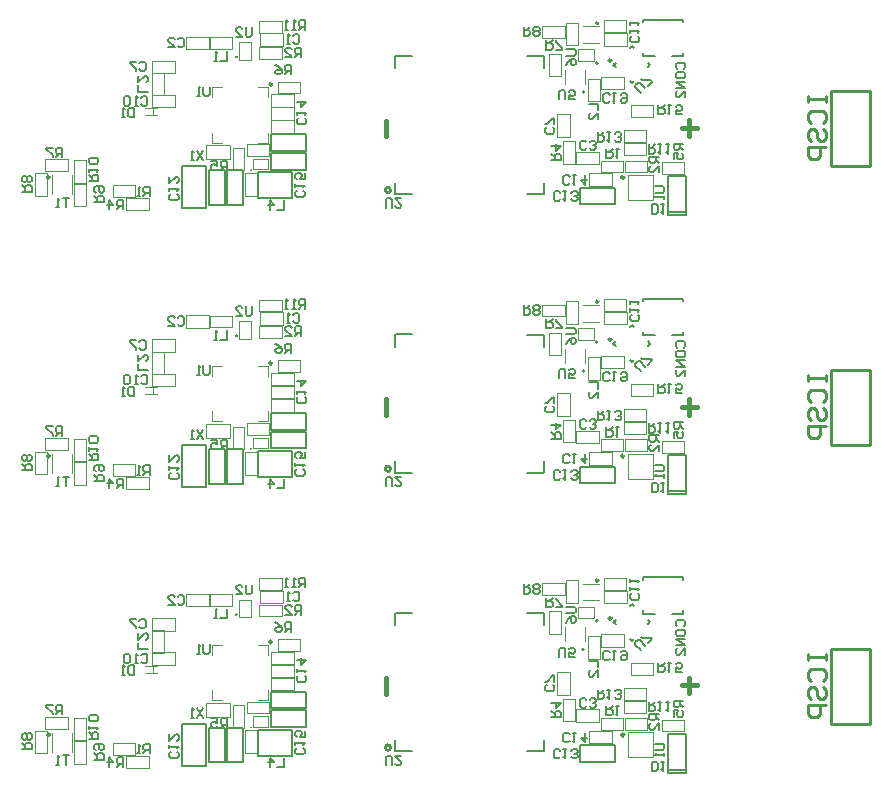
<source format=gbo>
G04*
G04 #@! TF.GenerationSoftware,Altium Limited,Altium Designer,19.1.8 (144)*
G04*
G04 Layer_Color=32896*
%FSAX25Y25*%
%MOIN*%
G70*
G01*
G75*
%ADD25C,0.00787*%
%ADD26C,0.01575*%
%ADD32C,0.00591*%
%ADD33C,0.00598*%
%ADD62C,0.01000*%
%ADD77C,0.00394*%
%ADD150C,0.00197*%
D25*
X0340092Y0357696D02*
G03*
X0340092Y0357696I0000329J0000000D01*
G01*
X0344546Y0367326D02*
G03*
X0344546Y0367326I0000376J0000000D01*
G01*
X0374811Y0316582D02*
X0368811D01*
X0374811Y0317582D02*
X0368811D01*
X0374811Y0329582D02*
Y0316582D01*
Y0329582D02*
X0368811D01*
Y0316582D01*
X0351185Y0367507D02*
X0350489Y0366810D01*
X0351185Y0366114D02*
X0350489Y0366810D01*
X0357310Y0361382D02*
X0356614Y0360686D01*
X0355918Y0361382D01*
X0362739Y0366810D02*
X0362043Y0367507D01*
X0362739Y0366810D02*
X0362043Y0366114D01*
X0356614Y0372935D02*
X0355918Y0372239D01*
X0357310D02*
X0356614Y0372935D01*
X0277677Y0327480D02*
Y0323779D01*
X0277716Y0323740D02*
X0277677Y0323779D01*
X0283386Y0323740D02*
X0277716D01*
X0327126Y0323779D02*
X0321732D01*
X0327244Y0323897D02*
X0327126Y0323779D01*
X0327244Y0327480D02*
Y0323897D01*
X0327205Y0369724D02*
Y0365787D01*
Y0369724D02*
X0327126Y0369803D01*
X0321811D01*
X0283386Y0369881D02*
X0277874D01*
X0277716Y0369724D02*
Y0365747D01*
X0277874Y0369881D02*
X0277716Y0369724D01*
X0373819Y0381779D02*
Y0380992D01*
Y0381779D02*
X0360433D01*
Y0380992D01*
X0373819Y0369574D02*
X0369882D01*
X0373819Y0370755D02*
Y0369574D01*
X0360433Y0370755D02*
X0360433Y0369574D01*
X0364370D02*
X0360433D01*
X0350907Y0320242D02*
X0339407D01*
X0350907Y0325742D02*
Y0320242D01*
Y0325742D02*
X0339407D01*
Y0320242D01*
X0340092Y0264783D02*
G03*
X0340092Y0264783I0000329J0000000D01*
G01*
X0344546Y0274413D02*
G03*
X0344546Y0274413I0000376J0000000D01*
G01*
X0374811Y0223669D02*
X0368811D01*
X0374811Y0224669D02*
X0368811D01*
X0374811Y0236669D02*
Y0223669D01*
Y0236669D02*
X0368811D01*
Y0223669D01*
X0351185Y0274593D02*
X0350489Y0273897D01*
X0351185Y0273201D02*
X0350489Y0273897D01*
X0357310Y0268468D02*
X0356614Y0267773D01*
X0355918Y0268468D01*
X0362739Y0273897D02*
X0362043Y0274593D01*
X0362739Y0273897D02*
X0362043Y0273201D01*
X0356614Y0280022D02*
X0355918Y0279326D01*
X0357310D02*
X0356614Y0280022D01*
X0277677Y0234566D02*
Y0230866D01*
X0277716Y0230826D02*
X0277677Y0230866D01*
X0283386Y0230826D02*
X0277716D01*
X0327126Y0230866D02*
X0321732D01*
X0327244Y0230984D02*
X0327126Y0230866D01*
X0327244Y0234566D02*
Y0230984D01*
X0327205Y0276811D02*
Y0272873D01*
Y0276811D02*
X0327126Y0276889D01*
X0321811D01*
X0283386Y0276968D02*
X0277874D01*
X0277716Y0276811D02*
Y0272834D01*
X0277874Y0276968D02*
X0277716Y0276811D01*
X0373819Y0288866D02*
Y0288078D01*
Y0288866D02*
X0360433D01*
Y0288078D01*
X0373819Y0276661D02*
X0369882D01*
X0373819Y0277842D02*
Y0276661D01*
X0360433Y0277842D02*
X0360433Y0276661D01*
X0364370D02*
X0360433D01*
X0350907Y0227328D02*
X0339407D01*
X0350907Y0232828D02*
Y0227328D01*
Y0232828D02*
X0339407D01*
Y0227328D01*
X0340092Y0171870D02*
G03*
X0340092Y0171870I0000329J0000000D01*
G01*
X0344546Y0181499D02*
G03*
X0344546Y0181499I0000376J0000000D01*
G01*
X0374811Y0130755D02*
X0368811D01*
X0374811Y0131755D02*
X0368811D01*
X0374811Y0143755D02*
Y0130755D01*
Y0143755D02*
X0368811D01*
Y0130755D01*
X0351185Y0181680D02*
X0350489Y0180984D01*
X0351185Y0180288D02*
X0350489Y0180984D01*
X0357310Y0175555D02*
X0356614Y0174859D01*
X0355918Y0175555D01*
X0362739Y0180984D02*
X0362043Y0181680D01*
X0362739Y0180984D02*
X0362043Y0180288D01*
X0356614Y0187108D02*
X0355918Y0186412D01*
X0357310D02*
X0356614Y0187108D01*
X0277677Y0141653D02*
Y0137952D01*
X0277716Y0137913D02*
X0277677Y0137952D01*
X0283386Y0137913D02*
X0277716D01*
X0327126Y0137952D02*
X0321732D01*
X0327244Y0138070D02*
X0327126Y0137952D01*
X0327244Y0141653D02*
Y0138070D01*
X0327205Y0183897D02*
Y0179960D01*
Y0183897D02*
X0327126Y0183976D01*
X0321811D01*
X0283386Y0184055D02*
X0277874D01*
X0277716Y0183897D02*
Y0179921D01*
X0277874Y0184055D02*
X0277716Y0183897D01*
X0373819Y0195952D02*
Y0195165D01*
Y0195952D02*
X0360433D01*
Y0195165D01*
X0373819Y0183747D02*
X0369882D01*
X0373819Y0184929D02*
Y0183747D01*
X0360433Y0184929D02*
X0360433Y0183747D01*
X0364370D02*
X0360433D01*
X0350907Y0134415D02*
X0339407D01*
X0350907Y0139915D02*
Y0134415D01*
Y0139915D02*
X0339407D01*
Y0134415D01*
X0229736Y0145943D02*
G03*
X0229736Y0145943I-0000223J0000000D01*
G01*
X0232047Y0145183D02*
X0243465D01*
Y0136522D02*
Y0145183D01*
X0232047Y0136522D02*
X0243465D01*
X0232047D02*
Y0145183D01*
X0236455Y0152250D02*
X0247955D01*
Y0157750D01*
X0236455D02*
X0247955D01*
X0236455Y0152250D02*
Y0157750D01*
X0215518Y0134250D02*
Y0145750D01*
Y0134250D02*
X0221018D01*
Y0145750D01*
X0215518D02*
X0221018D01*
X0236415Y0146069D02*
X0247915D01*
Y0151569D01*
X0236415D02*
X0247915D01*
X0236415Y0146069D02*
Y0151569D01*
X0206787Y0133079D02*
Y0147079D01*
X0214787D01*
Y0133079D02*
Y0147079D01*
X0206787Y0133079D02*
X0214787D01*
X0221620Y0134289D02*
Y0145789D01*
Y0134289D02*
X0227120D01*
Y0145789D01*
X0221620D02*
X0227120D01*
X0229736Y0238857D02*
G03*
X0229736Y0238857I-0000223J0000000D01*
G01*
X0232047Y0238096D02*
X0243465D01*
Y0229435D02*
Y0238096D01*
X0232047Y0229435D02*
X0243465D01*
X0232047D02*
Y0238096D01*
X0236455Y0245163D02*
X0247955D01*
Y0250663D01*
X0236455D02*
X0247955D01*
X0236455Y0245163D02*
Y0250663D01*
X0215518Y0227163D02*
Y0238663D01*
Y0227163D02*
X0221018D01*
Y0238663D01*
X0215518D02*
X0221018D01*
X0236415Y0238982D02*
X0247915D01*
Y0244482D01*
X0236415D02*
X0247915D01*
X0236415Y0238982D02*
Y0244482D01*
X0206787Y0225992D02*
Y0239992D01*
X0214787D01*
Y0225992D02*
Y0239992D01*
X0206787Y0225992D02*
X0214787D01*
X0221620Y0227203D02*
Y0238703D01*
Y0227203D02*
X0227120D01*
Y0238703D01*
X0221620D02*
X0227120D01*
X0229736Y0331770D02*
G03*
X0229736Y0331770I-0000223J0000000D01*
G01*
X0232047Y0331010D02*
X0243465D01*
Y0322348D02*
Y0331010D01*
X0232047Y0322348D02*
X0243465D01*
X0232047D02*
Y0331010D01*
X0236455Y0338077D02*
X0247955D01*
Y0343577D01*
X0236455D02*
X0247955D01*
X0236455Y0338077D02*
Y0343577D01*
X0215518Y0320077D02*
Y0331577D01*
Y0320077D02*
X0221018D01*
Y0331577D01*
X0215518D02*
X0221018D01*
X0236415Y0331896D02*
X0247915D01*
Y0337396D01*
X0236415D02*
X0247915D01*
X0236415Y0331896D02*
Y0337396D01*
X0206787Y0318906D02*
Y0332906D01*
X0214787D01*
Y0318906D02*
Y0332906D01*
X0206787Y0318906D02*
X0214787D01*
X0221620Y0320116D02*
Y0331616D01*
Y0320116D02*
X0227120D01*
Y0331616D01*
X0221620D02*
X0227120D01*
D26*
X0274607Y0348228D02*
Y0342980D01*
X0375801Y0348385D02*
Y0343138D01*
X0373178Y0345761D02*
X0378425D01*
X0274607Y0255314D02*
Y0250067D01*
X0375801Y0255472D02*
Y0250224D01*
X0373178Y0252848D02*
X0378425D01*
X0274607Y0162401D02*
Y0157153D01*
X0375801Y0162558D02*
Y0157311D01*
X0373178Y0159935D02*
X0378425D01*
D32*
X0363189Y0317205D02*
Y0320354D01*
X0364763D01*
X0365288Y0319829D01*
Y0317730D01*
X0364763Y0317205D01*
X0363189D01*
X0366337Y0320354D02*
X0367387D01*
X0366862D01*
Y0317205D01*
X0366337Y0317730D01*
X0373740Y0340551D02*
X0370591D01*
Y0338976D01*
X0371116Y0338452D01*
X0372166D01*
X0372691Y0338976D01*
Y0340551D01*
Y0339501D02*
X0373740Y0338452D01*
X0370591Y0335303D02*
Y0337402D01*
X0372166D01*
X0371641Y0336353D01*
Y0335828D01*
X0372166Y0335303D01*
X0373215D01*
X0373740Y0335828D01*
Y0336877D01*
X0373215Y0337402D01*
X0359676Y0357513D02*
X0357820Y0359368D01*
Y0360110D01*
X0358562Y0360853D01*
X0359305Y0360853D01*
X0361160Y0358997D01*
X0361902Y0359739D02*
X0363386Y0361224D01*
X0363015Y0361595D01*
X0360047D01*
X0359676Y0361966D01*
X0362244Y0340236D02*
Y0337087D01*
X0363818D01*
X0364343Y0337612D01*
Y0338661D01*
X0363818Y0339186D01*
X0362244D01*
X0363294D02*
X0364343Y0340236D01*
X0365393D02*
X0366442D01*
X0365917D01*
Y0337087D01*
X0365393Y0337612D01*
X0368016Y0340236D02*
X0369066D01*
X0368541D01*
Y0337087D01*
X0368016Y0337612D01*
X0365433Y0353385D02*
Y0350237D01*
X0367007D01*
X0367532Y0350762D01*
Y0351811D01*
X0367007Y0352336D01*
X0365433D01*
X0366482D02*
X0367532Y0353385D01*
X0368582D02*
X0369631D01*
X0369106D01*
Y0350237D01*
X0368582Y0350762D01*
X0373305Y0350237D02*
X0371205D01*
Y0351811D01*
X0372255Y0351286D01*
X0372780D01*
X0373305Y0351811D01*
Y0352860D01*
X0372780Y0353385D01*
X0371730D01*
X0371205Y0352860D01*
X0345197Y0344370D02*
Y0341221D01*
X0346771D01*
X0347296Y0341746D01*
Y0342795D01*
X0346771Y0343320D01*
X0345197D01*
X0346246D02*
X0347296Y0344370D01*
X0348345D02*
X0349395D01*
X0348870D01*
Y0341221D01*
X0348345Y0341746D01*
X0350969D02*
X0351494Y0341221D01*
X0352543D01*
X0353068Y0341746D01*
Y0342270D01*
X0352543Y0342795D01*
X0352019D01*
X0352543D01*
X0353068Y0343320D01*
Y0343845D01*
X0352543Y0344370D01*
X0351494D01*
X0350969Y0343845D01*
X0342217Y0353897D02*
X0345366D01*
Y0351798D01*
Y0348650D02*
Y0350748D01*
X0343267Y0348650D01*
X0342742D01*
X0342217Y0349174D01*
Y0350224D01*
X0342742Y0350748D01*
X0371825Y0365420D02*
X0371300Y0365945D01*
Y0366994D01*
X0371825Y0367519D01*
X0373924D01*
X0374449Y0366994D01*
Y0365945D01*
X0373924Y0365420D01*
X0371300Y0362796D02*
Y0363846D01*
X0371825Y0364371D01*
X0373924D01*
X0374449Y0363846D01*
Y0362796D01*
X0373924Y0362271D01*
X0371825D01*
X0371300Y0362796D01*
X0374449Y0361222D02*
X0371300D01*
X0374449Y0359123D01*
X0371300D01*
X0374449Y0355974D02*
Y0358073D01*
X0372350Y0355974D01*
X0371825D01*
X0371300Y0356499D01*
Y0357549D01*
X0371825Y0358073D01*
X0341469Y0338911D02*
X0340944Y0338386D01*
X0339895D01*
X0339370Y0338911D01*
Y0341010D01*
X0339895Y0341535D01*
X0340944D01*
X0341469Y0341010D01*
X0342519Y0338911D02*
X0343043Y0338386D01*
X0344093D01*
X0344618Y0338911D01*
Y0339436D01*
X0344093Y0339961D01*
X0343568D01*
X0344093D01*
X0344618Y0340485D01*
Y0341010D01*
X0344093Y0341535D01*
X0343043D01*
X0342519Y0341010D01*
X0365630Y0336220D02*
X0362481D01*
Y0334646D01*
X0363006Y0334121D01*
X0364055D01*
X0364580Y0334646D01*
Y0336220D01*
Y0335170D02*
X0365630Y0334121D01*
Y0330972D02*
Y0333071D01*
X0363531Y0330972D01*
X0363006D01*
X0362481Y0331497D01*
Y0332547D01*
X0363006Y0333071D01*
X0348110Y0338897D02*
Y0335749D01*
X0349685D01*
X0350209Y0336273D01*
Y0337323D01*
X0349685Y0337848D01*
X0348110D01*
X0349160D02*
X0350209Y0338897D01*
X0351259D02*
X0352308D01*
X0351783D01*
Y0335749D01*
X0351259Y0336273D01*
X0274575Y0319154D02*
Y0321778D01*
X0275099Y0322303D01*
X0276149D01*
X0276674Y0321778D01*
Y0319154D01*
X0279822Y0322303D02*
X0277723D01*
X0279822Y0320204D01*
Y0319679D01*
X0279298Y0319154D01*
X0278248D01*
X0277723Y0319679D01*
X0364253Y0326299D02*
X0366877D01*
X0367402Y0325774D01*
Y0324724D01*
X0366877Y0324200D01*
X0364253D01*
X0367402Y0323150D02*
Y0322101D01*
Y0322625D01*
X0364253D01*
X0364778Y0323150D01*
X0320590Y0379527D02*
Y0376378D01*
X0322165D01*
X0322690Y0376903D01*
Y0377953D01*
X0322165Y0378478D01*
X0320590D01*
X0321640D02*
X0322690Y0379527D01*
X0323739Y0376903D02*
X0324264Y0376378D01*
X0325313D01*
X0325838Y0376903D01*
Y0377428D01*
X0325313Y0377953D01*
X0325838Y0378478D01*
Y0379002D01*
X0325313Y0379527D01*
X0324264D01*
X0323739Y0379002D01*
Y0378478D01*
X0324264Y0377953D01*
X0323739Y0377428D01*
Y0376903D01*
X0324264Y0377953D02*
X0325313D01*
X0328110Y0374960D02*
Y0371812D01*
X0329684D01*
X0330209Y0372336D01*
Y0373386D01*
X0329684Y0373911D01*
X0328110D01*
X0329160D02*
X0330209Y0374960D01*
X0331259Y0371812D02*
X0333358D01*
Y0372336D01*
X0331259Y0374435D01*
Y0374960D01*
X0329803Y0335078D02*
X0332952D01*
Y0336652D01*
X0332427Y0337177D01*
X0331377D01*
X0330853Y0336652D01*
Y0335078D01*
Y0336128D02*
X0329803Y0337177D01*
Y0339801D02*
X0332952D01*
X0331377Y0338227D01*
Y0340326D01*
X0335878Y0327336D02*
X0335354Y0326812D01*
X0334304D01*
X0333779Y0327336D01*
Y0329435D01*
X0334304Y0329960D01*
X0335354D01*
X0335878Y0329435D01*
X0336928Y0329960D02*
X0337978D01*
X0337453D01*
Y0326812D01*
X0336928Y0327336D01*
X0341126Y0329960D02*
Y0326812D01*
X0339552Y0328386D01*
X0341651D01*
X0332729Y0321943D02*
X0332204Y0321418D01*
X0331155D01*
X0330630Y0321943D01*
Y0324042D01*
X0331155Y0324566D01*
X0332204D01*
X0332729Y0324042D01*
X0333778Y0324566D02*
X0334828D01*
X0334303D01*
Y0321418D01*
X0333778Y0321943D01*
X0336402D02*
X0336927Y0321418D01*
X0337977D01*
X0338501Y0321943D01*
Y0322467D01*
X0337977Y0322992D01*
X0337452D01*
X0337977D01*
X0338501Y0323517D01*
Y0324042D01*
X0337977Y0324566D01*
X0336927D01*
X0336402Y0324042D01*
X0358608Y0376402D02*
X0359133Y0375877D01*
Y0374827D01*
X0358608Y0374303D01*
X0356509D01*
X0355984Y0374827D01*
Y0375877D01*
X0356509Y0376402D01*
X0355984Y0377451D02*
Y0378501D01*
Y0377976D01*
X0359133D01*
X0358608Y0377451D01*
X0355984Y0380075D02*
Y0381125D01*
Y0380600D01*
X0359133D01*
X0358608Y0380075D01*
X0330301Y0345918D02*
X0330826Y0345393D01*
Y0344343D01*
X0330301Y0343818D01*
X0328202D01*
X0327677Y0344343D01*
Y0345393D01*
X0328202Y0345918D01*
X0330826Y0346967D02*
Y0349066D01*
X0330301D01*
X0328202Y0346967D01*
X0327677D01*
X0363189Y0224292D02*
Y0227440D01*
X0364763D01*
X0365288Y0226916D01*
Y0224817D01*
X0364763Y0224292D01*
X0363189D01*
X0366337Y0227440D02*
X0367387D01*
X0366862D01*
Y0224292D01*
X0366337Y0224817D01*
X0373740Y0247637D02*
X0370591D01*
Y0246063D01*
X0371116Y0245538D01*
X0372166D01*
X0372691Y0246063D01*
Y0247637D01*
Y0246588D02*
X0373740Y0245538D01*
X0370591Y0242390D02*
Y0244489D01*
X0372166D01*
X0371641Y0243439D01*
Y0242914D01*
X0372166Y0242390D01*
X0373215D01*
X0373740Y0242914D01*
Y0243964D01*
X0373215Y0244489D01*
X0359676Y0264600D02*
X0357820Y0266455D01*
Y0267197D01*
X0358562Y0267939D01*
X0359305Y0267939D01*
X0361160Y0266084D01*
X0361902Y0266826D02*
X0363386Y0268310D01*
X0363015Y0268681D01*
X0360047D01*
X0359676Y0269052D01*
X0362244Y0247322D02*
Y0244174D01*
X0363818D01*
X0364343Y0244699D01*
Y0245748D01*
X0363818Y0246273D01*
X0362244D01*
X0363294D02*
X0364343Y0247322D01*
X0365393D02*
X0366442D01*
X0365917D01*
Y0244174D01*
X0365393Y0244699D01*
X0368016Y0247322D02*
X0369066D01*
X0368541D01*
Y0244174D01*
X0368016Y0244699D01*
X0365433Y0260472D02*
Y0257323D01*
X0367007D01*
X0367532Y0257848D01*
Y0258898D01*
X0367007Y0259422D01*
X0365433D01*
X0366482D02*
X0367532Y0260472D01*
X0368582D02*
X0369631D01*
X0369106D01*
Y0257323D01*
X0368582Y0257848D01*
X0373305Y0257323D02*
X0371205D01*
Y0258898D01*
X0372255Y0258373D01*
X0372780D01*
X0373305Y0258898D01*
Y0259947D01*
X0372780Y0260472D01*
X0371730D01*
X0371205Y0259947D01*
X0345197Y0251456D02*
Y0248308D01*
X0346771D01*
X0347296Y0248832D01*
Y0249882D01*
X0346771Y0250407D01*
X0345197D01*
X0346246D02*
X0347296Y0251456D01*
X0348345D02*
X0349395D01*
X0348870D01*
Y0248308D01*
X0348345Y0248832D01*
X0350969D02*
X0351494Y0248308D01*
X0352543D01*
X0353068Y0248832D01*
Y0249357D01*
X0352543Y0249882D01*
X0352019D01*
X0352543D01*
X0353068Y0250407D01*
Y0250931D01*
X0352543Y0251456D01*
X0351494D01*
X0350969Y0250931D01*
X0342217Y0260984D02*
X0345366D01*
Y0258885D01*
Y0255736D02*
Y0257835D01*
X0343267Y0255736D01*
X0342742D01*
X0342217Y0256261D01*
Y0257310D01*
X0342742Y0257835D01*
X0371825Y0272507D02*
X0371300Y0273031D01*
Y0274081D01*
X0371825Y0274606D01*
X0373924D01*
X0374449Y0274081D01*
Y0273031D01*
X0373924Y0272507D01*
X0371300Y0269883D02*
Y0270932D01*
X0371825Y0271457D01*
X0373924D01*
X0374449Y0270932D01*
Y0269883D01*
X0373924Y0269358D01*
X0371825D01*
X0371300Y0269883D01*
X0374449Y0268309D02*
X0371300D01*
X0374449Y0266210D01*
X0371300D01*
X0374449Y0263061D02*
Y0265160D01*
X0372350Y0263061D01*
X0371825D01*
X0371300Y0263586D01*
Y0264635D01*
X0371825Y0265160D01*
X0341469Y0245998D02*
X0340944Y0245473D01*
X0339895D01*
X0339370Y0245998D01*
Y0248097D01*
X0339895Y0248622D01*
X0340944D01*
X0341469Y0248097D01*
X0342519Y0245998D02*
X0343043Y0245473D01*
X0344093D01*
X0344618Y0245998D01*
Y0246522D01*
X0344093Y0247047D01*
X0343568D01*
X0344093D01*
X0344618Y0247572D01*
Y0248097D01*
X0344093Y0248622D01*
X0343043D01*
X0342519Y0248097D01*
X0365630Y0243307D02*
X0362481D01*
Y0241732D01*
X0363006Y0241208D01*
X0364055D01*
X0364580Y0241732D01*
Y0243307D01*
Y0242257D02*
X0365630Y0241208D01*
Y0238059D02*
Y0240158D01*
X0363531Y0238059D01*
X0363006D01*
X0362481Y0238584D01*
Y0239633D01*
X0363006Y0240158D01*
X0348110Y0245984D02*
Y0242835D01*
X0349685D01*
X0350209Y0243360D01*
Y0244409D01*
X0349685Y0244934D01*
X0348110D01*
X0349160D02*
X0350209Y0245984D01*
X0351259D02*
X0352308D01*
X0351783D01*
Y0242835D01*
X0351259Y0243360D01*
X0274575Y0226241D02*
Y0228864D01*
X0275099Y0229389D01*
X0276149D01*
X0276674Y0228864D01*
Y0226241D01*
X0279822Y0229389D02*
X0277723D01*
X0279822Y0227290D01*
Y0226765D01*
X0279298Y0226241D01*
X0278248D01*
X0277723Y0226765D01*
X0364253Y0233385D02*
X0366877D01*
X0367402Y0232860D01*
Y0231811D01*
X0366877Y0231286D01*
X0364253D01*
X0367402Y0230237D02*
Y0229187D01*
Y0229712D01*
X0364253D01*
X0364778Y0230237D01*
X0320590Y0286614D02*
Y0283465D01*
X0322165D01*
X0322690Y0283990D01*
Y0285039D01*
X0322165Y0285564D01*
X0320590D01*
X0321640D02*
X0322690Y0286614D01*
X0323739Y0283990D02*
X0324264Y0283465D01*
X0325313D01*
X0325838Y0283990D01*
Y0284515D01*
X0325313Y0285039D01*
X0325838Y0285564D01*
Y0286089D01*
X0325313Y0286614D01*
X0324264D01*
X0323739Y0286089D01*
Y0285564D01*
X0324264Y0285039D01*
X0323739Y0284515D01*
Y0283990D01*
X0324264Y0285039D02*
X0325313D01*
X0328110Y0282047D02*
Y0278898D01*
X0329684D01*
X0330209Y0279423D01*
Y0280472D01*
X0329684Y0280997D01*
X0328110D01*
X0329160D02*
X0330209Y0282047D01*
X0331259Y0278898D02*
X0333358D01*
Y0279423D01*
X0331259Y0281522D01*
Y0282047D01*
X0329803Y0242165D02*
X0332952D01*
Y0243739D01*
X0332427Y0244264D01*
X0331377D01*
X0330853Y0243739D01*
Y0242165D01*
Y0243214D02*
X0329803Y0244264D01*
Y0246888D02*
X0332952D01*
X0331377Y0245313D01*
Y0247412D01*
X0335878Y0234423D02*
X0335354Y0233898D01*
X0334304D01*
X0333779Y0234423D01*
Y0236522D01*
X0334304Y0237047D01*
X0335354D01*
X0335878Y0236522D01*
X0336928Y0237047D02*
X0337978D01*
X0337453D01*
Y0233898D01*
X0336928Y0234423D01*
X0341126Y0237047D02*
Y0233898D01*
X0339552Y0235472D01*
X0341651D01*
X0332729Y0229029D02*
X0332204Y0228504D01*
X0331155D01*
X0330630Y0229029D01*
Y0231128D01*
X0331155Y0231653D01*
X0332204D01*
X0332729Y0231128D01*
X0333778Y0231653D02*
X0334828D01*
X0334303D01*
Y0228504D01*
X0333778Y0229029D01*
X0336402D02*
X0336927Y0228504D01*
X0337977D01*
X0338501Y0229029D01*
Y0229554D01*
X0337977Y0230079D01*
X0337452D01*
X0337977D01*
X0338501Y0230604D01*
Y0231128D01*
X0337977Y0231653D01*
X0336927D01*
X0336402Y0231128D01*
X0358608Y0283488D02*
X0359133Y0282963D01*
Y0281914D01*
X0358608Y0281389D01*
X0356509D01*
X0355984Y0281914D01*
Y0282963D01*
X0356509Y0283488D01*
X0355984Y0284538D02*
Y0285587D01*
Y0285063D01*
X0359133D01*
X0358608Y0284538D01*
X0355984Y0287162D02*
Y0288211D01*
Y0287686D01*
X0359133D01*
X0358608Y0287162D01*
X0330301Y0253004D02*
X0330826Y0252479D01*
Y0251430D01*
X0330301Y0250905D01*
X0328202D01*
X0327677Y0251430D01*
Y0252479D01*
X0328202Y0253004D01*
X0330826Y0254054D02*
Y0256153D01*
X0330301D01*
X0328202Y0254054D01*
X0327677D01*
X0363189Y0131378D02*
Y0134527D01*
X0364763D01*
X0365288Y0134002D01*
Y0131903D01*
X0364763Y0131378D01*
X0363189D01*
X0366337Y0134527D02*
X0367387D01*
X0366862D01*
Y0131378D01*
X0366337Y0131903D01*
X0373740Y0154724D02*
X0370591D01*
Y0153149D01*
X0371116Y0152625D01*
X0372166D01*
X0372691Y0153149D01*
Y0154724D01*
Y0153674D02*
X0373740Y0152625D01*
X0370591Y0149476D02*
Y0151575D01*
X0372166D01*
X0371641Y0150526D01*
Y0150001D01*
X0372166Y0149476D01*
X0373215D01*
X0373740Y0150001D01*
Y0151050D01*
X0373215Y0151575D01*
X0359676Y0171686D02*
X0357820Y0173542D01*
Y0174284D01*
X0358562Y0175026D01*
X0359305Y0175026D01*
X0361160Y0173170D01*
X0361902Y0173913D02*
X0363386Y0175397D01*
X0363015Y0175768D01*
X0360047D01*
X0359676Y0176139D01*
X0362244Y0154409D02*
Y0151260D01*
X0363818D01*
X0364343Y0151785D01*
Y0152835D01*
X0363818Y0153359D01*
X0362244D01*
X0363294D02*
X0364343Y0154409D01*
X0365393D02*
X0366442D01*
X0365917D01*
Y0151260D01*
X0365393Y0151785D01*
X0368016Y0154409D02*
X0369066D01*
X0368541D01*
Y0151260D01*
X0368016Y0151785D01*
X0365433Y0167559D02*
Y0164410D01*
X0367007D01*
X0367532Y0164935D01*
Y0165984D01*
X0367007Y0166509D01*
X0365433D01*
X0366482D02*
X0367532Y0167559D01*
X0368582D02*
X0369631D01*
X0369106D01*
Y0164410D01*
X0368582Y0164935D01*
X0373305Y0164410D02*
X0371205D01*
Y0165984D01*
X0372255Y0165459D01*
X0372780D01*
X0373305Y0165984D01*
Y0167034D01*
X0372780Y0167559D01*
X0371730D01*
X0371205Y0167034D01*
X0345197Y0158543D02*
Y0155394D01*
X0346771D01*
X0347296Y0155919D01*
Y0156968D01*
X0346771Y0157493D01*
X0345197D01*
X0346246D02*
X0347296Y0158543D01*
X0348345D02*
X0349395D01*
X0348870D01*
Y0155394D01*
X0348345Y0155919D01*
X0350969D02*
X0351494Y0155394D01*
X0352543D01*
X0353068Y0155919D01*
Y0156444D01*
X0352543Y0156968D01*
X0352019D01*
X0352543D01*
X0353068Y0157493D01*
Y0158018D01*
X0352543Y0158543D01*
X0351494D01*
X0350969Y0158018D01*
X0342217Y0168070D02*
X0345366D01*
Y0165971D01*
Y0162823D02*
Y0164922D01*
X0343267Y0162823D01*
X0342742D01*
X0342217Y0163347D01*
Y0164397D01*
X0342742Y0164922D01*
X0371825Y0179593D02*
X0371300Y0180118D01*
Y0181168D01*
X0371825Y0181692D01*
X0373924D01*
X0374449Y0181168D01*
Y0180118D01*
X0373924Y0179593D01*
X0371300Y0176970D02*
Y0178019D01*
X0371825Y0178544D01*
X0373924D01*
X0374449Y0178019D01*
Y0176970D01*
X0373924Y0176445D01*
X0371825D01*
X0371300Y0176970D01*
X0374449Y0175395D02*
X0371300D01*
X0374449Y0173296D01*
X0371300D01*
X0374449Y0170148D02*
Y0172247D01*
X0372350Y0170148D01*
X0371825D01*
X0371300Y0170672D01*
Y0171722D01*
X0371825Y0172247D01*
X0341469Y0153084D02*
X0340944Y0152559D01*
X0339895D01*
X0339370Y0153084D01*
Y0155183D01*
X0339895Y0155708D01*
X0340944D01*
X0341469Y0155183D01*
X0342519Y0153084D02*
X0343043Y0152559D01*
X0344093D01*
X0344618Y0153084D01*
Y0153609D01*
X0344093Y0154134D01*
X0343568D01*
X0344093D01*
X0344618Y0154659D01*
Y0155183D01*
X0344093Y0155708D01*
X0343043D01*
X0342519Y0155183D01*
X0365630Y0150393D02*
X0362481D01*
Y0148819D01*
X0363006Y0148294D01*
X0364055D01*
X0364580Y0148819D01*
Y0150393D01*
Y0149344D02*
X0365630Y0148294D01*
Y0145145D02*
Y0147245D01*
X0363531Y0145145D01*
X0363006D01*
X0362481Y0145670D01*
Y0146720D01*
X0363006Y0147245D01*
X0348110Y0153070D02*
Y0149922D01*
X0349685D01*
X0350209Y0150446D01*
Y0151496D01*
X0349685Y0152021D01*
X0348110D01*
X0349160D02*
X0350209Y0153070D01*
X0351259D02*
X0352308D01*
X0351783D01*
Y0149922D01*
X0351259Y0150446D01*
X0274575Y0133327D02*
Y0135951D01*
X0275099Y0136476D01*
X0276149D01*
X0276674Y0135951D01*
Y0133327D01*
X0279822Y0136476D02*
X0277723D01*
X0279822Y0134377D01*
Y0133852D01*
X0279298Y0133327D01*
X0278248D01*
X0277723Y0133852D01*
X0364253Y0140472D02*
X0366877D01*
X0367402Y0139947D01*
Y0138898D01*
X0366877Y0138373D01*
X0364253D01*
X0367402Y0137323D02*
Y0136274D01*
Y0136799D01*
X0364253D01*
X0364778Y0137323D01*
X0320590Y0193700D02*
Y0190552D01*
X0322165D01*
X0322690Y0191076D01*
Y0192126D01*
X0322165Y0192651D01*
X0320590D01*
X0321640D02*
X0322690Y0193700D01*
X0323739Y0191076D02*
X0324264Y0190552D01*
X0325313D01*
X0325838Y0191076D01*
Y0191601D01*
X0325313Y0192126D01*
X0325838Y0192651D01*
Y0193175D01*
X0325313Y0193700D01*
X0324264D01*
X0323739Y0193175D01*
Y0192651D01*
X0324264Y0192126D01*
X0323739Y0191601D01*
Y0191076D01*
X0324264Y0192126D02*
X0325313D01*
X0328110Y0189133D02*
Y0185985D01*
X0329684D01*
X0330209Y0186510D01*
Y0187559D01*
X0329684Y0188084D01*
X0328110D01*
X0329160D02*
X0330209Y0189133D01*
X0331259Y0185985D02*
X0333358D01*
Y0186510D01*
X0331259Y0188609D01*
Y0189133D01*
X0329803Y0149251D02*
X0332952D01*
Y0150826D01*
X0332427Y0151350D01*
X0331377D01*
X0330853Y0150826D01*
Y0149251D01*
Y0150301D02*
X0329803Y0151350D01*
Y0153974D02*
X0332952D01*
X0331377Y0152400D01*
Y0154499D01*
X0335878Y0141509D02*
X0335354Y0140985D01*
X0334304D01*
X0333779Y0141509D01*
Y0143608D01*
X0334304Y0144133D01*
X0335354D01*
X0335878Y0143608D01*
X0336928Y0144133D02*
X0337978D01*
X0337453D01*
Y0140985D01*
X0336928Y0141509D01*
X0341126Y0144133D02*
Y0140985D01*
X0339552Y0142559D01*
X0341651D01*
X0332729Y0136116D02*
X0332204Y0135591D01*
X0331155D01*
X0330630Y0136116D01*
Y0138215D01*
X0331155Y0138740D01*
X0332204D01*
X0332729Y0138215D01*
X0333778Y0138740D02*
X0334828D01*
X0334303D01*
Y0135591D01*
X0333778Y0136116D01*
X0336402D02*
X0336927Y0135591D01*
X0337977D01*
X0338501Y0136116D01*
Y0136641D01*
X0337977Y0137165D01*
X0337452D01*
X0337977D01*
X0338501Y0137690D01*
Y0138215D01*
X0337977Y0138740D01*
X0336927D01*
X0336402Y0138215D01*
X0358608Y0190575D02*
X0359133Y0190050D01*
Y0189001D01*
X0358608Y0188476D01*
X0356509D01*
X0355984Y0189001D01*
Y0190050D01*
X0356509Y0190575D01*
X0355984Y0191624D02*
Y0192674D01*
Y0192149D01*
X0359133D01*
X0358608Y0191624D01*
X0355984Y0194248D02*
Y0195298D01*
Y0194773D01*
X0359133D01*
X0358608Y0194248D01*
X0330301Y0160091D02*
X0330826Y0159566D01*
Y0158516D01*
X0330301Y0157992D01*
X0328202D01*
X0327677Y0158516D01*
Y0159566D01*
X0328202Y0160091D01*
X0330826Y0161140D02*
Y0163239D01*
X0330301D01*
X0328202Y0161140D01*
X0327677D01*
X0221620Y0145789D02*
Y0148938D01*
X0220046D01*
X0219521Y0148413D01*
Y0147364D01*
X0220046Y0146839D01*
X0221620D01*
X0220571D02*
X0219521Y0145789D01*
X0216372Y0148938D02*
X0218472D01*
Y0147364D01*
X0217422Y0147889D01*
X0216897D01*
X0216372Y0147364D01*
Y0146314D01*
X0216897Y0145789D01*
X0217947D01*
X0218472Y0146314D01*
X0186969Y0132756D02*
Y0135905D01*
X0185394D01*
X0184869Y0135380D01*
Y0134330D01*
X0185394Y0133806D01*
X0186969D01*
X0185919D02*
X0184869Y0132756D01*
X0182246D02*
Y0135905D01*
X0183820Y0134330D01*
X0181721D01*
X0240591Y0135865D02*
Y0132717D01*
X0238492D01*
X0235868D02*
Y0135865D01*
X0237442Y0134291D01*
X0235343D01*
X0247073Y0139068D02*
X0247597Y0138543D01*
Y0137493D01*
X0247073Y0136969D01*
X0244974D01*
X0244449Y0137493D01*
Y0138543D01*
X0244974Y0139068D01*
X0244449Y0140117D02*
Y0141167D01*
Y0140642D01*
X0247597D01*
X0247073Y0140117D01*
X0247597Y0144840D02*
Y0142741D01*
X0246023D01*
X0246548Y0143790D01*
Y0144315D01*
X0246023Y0144840D01*
X0244974D01*
X0244449Y0144315D01*
Y0143266D01*
X0244974Y0142741D01*
X0247507Y0163198D02*
X0248032Y0162673D01*
Y0161624D01*
X0247507Y0161099D01*
X0245408D01*
X0244883Y0161624D01*
Y0162673D01*
X0245408Y0163198D01*
X0244883Y0164248D02*
Y0165297D01*
Y0164772D01*
X0248032D01*
X0247507Y0164248D01*
X0244883Y0168446D02*
X0248032D01*
X0246458Y0166871D01*
Y0168970D01*
X0205065Y0137887D02*
X0205590Y0137362D01*
Y0136312D01*
X0205065Y0135787D01*
X0202966D01*
X0202441Y0136312D01*
Y0137362D01*
X0202966Y0137887D01*
X0202441Y0138936D02*
Y0139986D01*
Y0139461D01*
X0205590D01*
X0205065Y0138936D01*
X0202441Y0143659D02*
Y0141560D01*
X0204540Y0143659D01*
X0205065D01*
X0205590Y0143134D01*
Y0142085D01*
X0205065Y0141560D01*
X0215905Y0173700D02*
Y0171076D01*
X0215381Y0170551D01*
X0214331D01*
X0213806Y0171076D01*
Y0173700D01*
X0212757Y0170551D02*
X0211707D01*
X0212232D01*
Y0173700D01*
X0212757Y0173175D01*
X0213819Y0152283D02*
X0211720Y0149134D01*
Y0152283D02*
X0213819Y0149134D01*
X0210670D02*
X0209621D01*
X0210145D01*
Y0152283D01*
X0210670Y0151758D01*
X0229953Y0193418D02*
Y0190794D01*
X0229429Y0190269D01*
X0228379D01*
X0227854Y0190794D01*
Y0193418D01*
X0224706Y0190269D02*
X0226805D01*
X0224706Y0192368D01*
Y0192893D01*
X0225230Y0193418D01*
X0226280D01*
X0226805Y0192893D01*
X0168976Y0136574D02*
X0166877D01*
X0167927D01*
Y0133425D01*
X0165828D02*
X0164778D01*
X0165303D01*
Y0136574D01*
X0165828Y0136049D01*
X0247683Y0192629D02*
Y0195777D01*
X0246109D01*
X0245584Y0195253D01*
Y0194203D01*
X0246109Y0193678D01*
X0247683D01*
X0246634D02*
X0245584Y0192629D01*
X0244535D02*
X0243485D01*
X0244010D01*
Y0195777D01*
X0244535Y0195253D01*
X0241911Y0192629D02*
X0240861D01*
X0241386D01*
Y0195777D01*
X0241911Y0195253D01*
X0175630Y0142165D02*
X0178779D01*
Y0143740D01*
X0178254Y0144264D01*
X0177204D01*
X0176679Y0143740D01*
Y0142165D01*
Y0143215D02*
X0175630Y0144264D01*
Y0145314D02*
Y0146363D01*
Y0145839D01*
X0178779D01*
X0178254Y0145314D01*
Y0147938D02*
X0178779Y0148463D01*
Y0149512D01*
X0178254Y0150037D01*
X0176155D01*
X0175630Y0149512D01*
Y0148463D01*
X0176155Y0147938D01*
X0178254D01*
X0177402Y0135197D02*
X0180550D01*
Y0136771D01*
X0180025Y0137296D01*
X0178976D01*
X0178451Y0136771D01*
Y0135197D01*
Y0136246D02*
X0177402Y0137296D01*
X0177926Y0138346D02*
X0177402Y0138870D01*
Y0139920D01*
X0177926Y0140445D01*
X0180025D01*
X0180550Y0139920D01*
Y0138870D01*
X0180025Y0138346D01*
X0179501D01*
X0178976Y0138870D01*
Y0140445D01*
X0153386Y0138701D02*
X0156534D01*
Y0140275D01*
X0156010Y0140800D01*
X0154960D01*
X0154435Y0140275D01*
Y0138701D01*
Y0139750D02*
X0153386Y0140800D01*
X0156010Y0141849D02*
X0156534Y0142374D01*
Y0143424D01*
X0156010Y0143948D01*
X0155485D01*
X0154960Y0143424D01*
X0154435Y0143948D01*
X0153911D01*
X0153386Y0143424D01*
Y0142374D01*
X0153911Y0141849D01*
X0154435D01*
X0154960Y0142374D01*
X0155485Y0141849D01*
X0156010D01*
X0154960Y0142374D02*
Y0143424D01*
X0166654Y0150236D02*
Y0153385D01*
X0165079D01*
X0164555Y0152860D01*
Y0151811D01*
X0165079Y0151286D01*
X0166654D01*
X0165604D02*
X0164555Y0150236D01*
X0163505Y0153385D02*
X0161406D01*
Y0152860D01*
X0163505Y0150761D01*
Y0150236D01*
X0243013Y0177829D02*
Y0180977D01*
X0241439D01*
X0240914Y0180453D01*
Y0179403D01*
X0241439Y0178878D01*
X0243013D01*
X0241964D02*
X0240914Y0177829D01*
X0237766Y0180977D02*
X0238815Y0180453D01*
X0239865Y0179403D01*
Y0178354D01*
X0239340Y0177829D01*
X0238290D01*
X0237766Y0178354D01*
Y0178878D01*
X0238290Y0179403D01*
X0239865D01*
X0246373Y0183549D02*
Y0186697D01*
X0244799D01*
X0244274Y0186173D01*
Y0185123D01*
X0244799Y0184599D01*
X0246373D01*
X0245324D02*
X0244274Y0183549D01*
X0241126D02*
X0243225D01*
X0241126Y0185648D01*
Y0186173D01*
X0241650Y0186697D01*
X0242700D01*
X0243225Y0186173D01*
X0195866Y0137244D02*
Y0140393D01*
X0194292D01*
X0193767Y0139868D01*
Y0138818D01*
X0194292Y0138294D01*
X0195866D01*
X0194817D02*
X0193767Y0137244D01*
X0192718D02*
X0191668D01*
X0192193D01*
Y0140393D01*
X0192718Y0139868D01*
X0195235Y0172008D02*
X0192087D01*
Y0174107D01*
Y0177256D02*
Y0175156D01*
X0194186Y0177256D01*
X0194710D01*
X0195235Y0176731D01*
Y0175681D01*
X0194710Y0175156D01*
X0221555Y0185460D02*
Y0182311D01*
X0219456D01*
X0218407D02*
X0217357D01*
X0217882D01*
Y0185460D01*
X0218407Y0184935D01*
X0190827Y0166613D02*
Y0163465D01*
X0189252D01*
X0188728Y0163989D01*
Y0166088D01*
X0189252Y0166613D01*
X0190827D01*
X0187678Y0163465D02*
X0186629D01*
X0187153D01*
Y0166613D01*
X0187678Y0166088D01*
X0192980Y0169986D02*
X0193504Y0170511D01*
X0194554D01*
X0195079Y0169986D01*
Y0167887D01*
X0194554Y0167362D01*
X0193504D01*
X0192980Y0167887D01*
X0191930Y0167362D02*
X0190881D01*
X0191405D01*
Y0170511D01*
X0191930Y0169986D01*
X0189306D02*
X0188781Y0170511D01*
X0187732D01*
X0187207Y0169986D01*
Y0167887D01*
X0187732Y0167362D01*
X0188781D01*
X0189306Y0167887D01*
Y0169986D01*
X0192468Y0181521D02*
X0192993Y0182046D01*
X0194042D01*
X0194567Y0181521D01*
Y0179422D01*
X0194042Y0178898D01*
X0192993D01*
X0192468Y0179422D01*
X0191418Y0182046D02*
X0189319D01*
Y0181521D01*
X0191418Y0179422D01*
Y0178898D01*
X0205245Y0189464D02*
X0205769Y0189989D01*
X0206819D01*
X0207344Y0189464D01*
Y0187365D01*
X0206819Y0186840D01*
X0205769D01*
X0205245Y0187365D01*
X0202096Y0186840D02*
X0204195D01*
X0202096Y0188939D01*
Y0189464D01*
X0202621Y0189989D01*
X0203670D01*
X0204195Y0189464D01*
X0243714Y0190593D02*
X0244239Y0191118D01*
X0245288D01*
X0245813Y0190593D01*
Y0188494D01*
X0245288Y0187969D01*
X0244239D01*
X0243714Y0188494D01*
X0242665Y0187969D02*
X0241615D01*
X0242140D01*
Y0191118D01*
X0242665Y0190593D01*
X0221620Y0238703D02*
Y0241851D01*
X0220046D01*
X0219521Y0241327D01*
Y0240277D01*
X0220046Y0239752D01*
X0221620D01*
X0220571D02*
X0219521Y0238703D01*
X0216372Y0241851D02*
X0218472D01*
Y0240277D01*
X0217422Y0240802D01*
X0216897D01*
X0216372Y0240277D01*
Y0239228D01*
X0216897Y0238703D01*
X0217947D01*
X0218472Y0239228D01*
X0186969Y0225669D02*
Y0228818D01*
X0185394D01*
X0184869Y0228293D01*
Y0227244D01*
X0185394Y0226719D01*
X0186969D01*
X0185919D02*
X0184869Y0225669D01*
X0182246D02*
Y0228818D01*
X0183820Y0227244D01*
X0181721D01*
X0240591Y0228779D02*
Y0225630D01*
X0238492D01*
X0235868D02*
Y0228779D01*
X0237442Y0227204D01*
X0235343D01*
X0247073Y0231981D02*
X0247597Y0231456D01*
Y0230407D01*
X0247073Y0229882D01*
X0244974D01*
X0244449Y0230407D01*
Y0231456D01*
X0244974Y0231981D01*
X0244449Y0233031D02*
Y0234080D01*
Y0233555D01*
X0247597D01*
X0247073Y0233031D01*
X0247597Y0237753D02*
Y0235654D01*
X0246023D01*
X0246548Y0236704D01*
Y0237229D01*
X0246023Y0237753D01*
X0244974D01*
X0244449Y0237229D01*
Y0236179D01*
X0244974Y0235654D01*
X0247507Y0256111D02*
X0248032Y0255587D01*
Y0254537D01*
X0247507Y0254012D01*
X0245408D01*
X0244883Y0254537D01*
Y0255587D01*
X0245408Y0256111D01*
X0244883Y0257161D02*
Y0258210D01*
Y0257686D01*
X0248032D01*
X0247507Y0257161D01*
X0244883Y0261359D02*
X0248032D01*
X0246458Y0259785D01*
Y0261884D01*
X0205065Y0230800D02*
X0205590Y0230275D01*
Y0229226D01*
X0205065Y0228701D01*
X0202966D01*
X0202441Y0229226D01*
Y0230275D01*
X0202966Y0230800D01*
X0202441Y0231849D02*
Y0232899D01*
Y0232374D01*
X0205590D01*
X0205065Y0231849D01*
X0202441Y0236572D02*
Y0234473D01*
X0204540Y0236572D01*
X0205065D01*
X0205590Y0236048D01*
Y0234998D01*
X0205065Y0234473D01*
X0215905Y0266613D02*
Y0263989D01*
X0215381Y0263465D01*
X0214331D01*
X0213806Y0263989D01*
Y0266613D01*
X0212757Y0263465D02*
X0211707D01*
X0212232D01*
Y0266613D01*
X0212757Y0266089D01*
X0213819Y0245196D02*
X0211720Y0242047D01*
Y0245196D02*
X0213819Y0242047D01*
X0210670D02*
X0209621D01*
X0210145D01*
Y0245196D01*
X0210670Y0244671D01*
X0229953Y0286331D02*
Y0283707D01*
X0229429Y0283182D01*
X0228379D01*
X0227854Y0283707D01*
Y0286331D01*
X0224706Y0283182D02*
X0226805D01*
X0224706Y0285281D01*
Y0285806D01*
X0225230Y0286331D01*
X0226280D01*
X0226805Y0285806D01*
X0168976Y0229487D02*
X0166877D01*
X0167927D01*
Y0226339D01*
X0165828D02*
X0164778D01*
X0165303D01*
Y0229487D01*
X0165828Y0228962D01*
X0247683Y0285542D02*
Y0288691D01*
X0246109D01*
X0245584Y0288166D01*
Y0287117D01*
X0246109Y0286592D01*
X0247683D01*
X0246634D02*
X0245584Y0285542D01*
X0244535D02*
X0243485D01*
X0244010D01*
Y0288691D01*
X0244535Y0288166D01*
X0241911Y0285542D02*
X0240861D01*
X0241386D01*
Y0288691D01*
X0241911Y0288166D01*
X0175630Y0235079D02*
X0178779D01*
Y0236653D01*
X0178254Y0237178D01*
X0177204D01*
X0176679Y0236653D01*
Y0235079D01*
Y0236128D02*
X0175630Y0237178D01*
Y0238227D02*
Y0239277D01*
Y0238752D01*
X0178779D01*
X0178254Y0238227D01*
Y0240851D02*
X0178779Y0241376D01*
Y0242425D01*
X0178254Y0242950D01*
X0176155D01*
X0175630Y0242425D01*
Y0241376D01*
X0176155Y0240851D01*
X0178254D01*
X0177402Y0228110D02*
X0180550D01*
Y0229685D01*
X0180025Y0230209D01*
X0178976D01*
X0178451Y0229685D01*
Y0228110D01*
Y0229160D02*
X0177402Y0230209D01*
X0177926Y0231259D02*
X0177402Y0231784D01*
Y0232833D01*
X0177926Y0233358D01*
X0180025D01*
X0180550Y0232833D01*
Y0231784D01*
X0180025Y0231259D01*
X0179501D01*
X0178976Y0231784D01*
Y0233358D01*
X0153386Y0231614D02*
X0156534D01*
Y0233189D01*
X0156010Y0233713D01*
X0154960D01*
X0154435Y0233189D01*
Y0231614D01*
Y0232664D02*
X0153386Y0233713D01*
X0156010Y0234763D02*
X0156534Y0235288D01*
Y0236337D01*
X0156010Y0236862D01*
X0155485D01*
X0154960Y0236337D01*
X0154435Y0236862D01*
X0153911D01*
X0153386Y0236337D01*
Y0235288D01*
X0153911Y0234763D01*
X0154435D01*
X0154960Y0235288D01*
X0155485Y0234763D01*
X0156010D01*
X0154960Y0235288D02*
Y0236337D01*
X0166654Y0243150D02*
Y0246298D01*
X0165079D01*
X0164555Y0245774D01*
Y0244724D01*
X0165079Y0244199D01*
X0166654D01*
X0165604D02*
X0164555Y0243150D01*
X0163505Y0246298D02*
X0161406D01*
Y0245774D01*
X0163505Y0243674D01*
Y0243150D01*
X0243013Y0270742D02*
Y0273891D01*
X0241439D01*
X0240914Y0273366D01*
Y0272317D01*
X0241439Y0271792D01*
X0243013D01*
X0241964D02*
X0240914Y0270742D01*
X0237766Y0273891D02*
X0238815Y0273366D01*
X0239865Y0272317D01*
Y0271267D01*
X0239340Y0270742D01*
X0238290D01*
X0237766Y0271267D01*
Y0271792D01*
X0238290Y0272317D01*
X0239865D01*
X0246373Y0276462D02*
Y0279611D01*
X0244799D01*
X0244274Y0279086D01*
Y0278037D01*
X0244799Y0277512D01*
X0246373D01*
X0245324D02*
X0244274Y0276462D01*
X0241126D02*
X0243225D01*
X0241126Y0278561D01*
Y0279086D01*
X0241650Y0279611D01*
X0242700D01*
X0243225Y0279086D01*
X0195866Y0230157D02*
Y0233306D01*
X0194292D01*
X0193767Y0232781D01*
Y0231732D01*
X0194292Y0231207D01*
X0195866D01*
X0194817D02*
X0193767Y0230157D01*
X0192718D02*
X0191668D01*
X0192193D01*
Y0233306D01*
X0192718Y0232781D01*
X0195235Y0264921D02*
X0192087D01*
Y0267020D01*
Y0270169D02*
Y0268070D01*
X0194186Y0270169D01*
X0194710D01*
X0195235Y0269644D01*
Y0268595D01*
X0194710Y0268070D01*
X0221555Y0278373D02*
Y0275224D01*
X0219456D01*
X0218407D02*
X0217357D01*
X0217882D01*
Y0278373D01*
X0218407Y0277848D01*
X0190827Y0259527D02*
Y0256378D01*
X0189252D01*
X0188728Y0256903D01*
Y0259002D01*
X0189252Y0259527D01*
X0190827D01*
X0187678Y0256378D02*
X0186629D01*
X0187153D01*
Y0259527D01*
X0187678Y0259002D01*
X0192980Y0262899D02*
X0193504Y0263424D01*
X0194554D01*
X0195079Y0262899D01*
Y0260800D01*
X0194554Y0260276D01*
X0193504D01*
X0192980Y0260800D01*
X0191930Y0260276D02*
X0190881D01*
X0191405D01*
Y0263424D01*
X0191930Y0262899D01*
X0189306D02*
X0188781Y0263424D01*
X0187732D01*
X0187207Y0262899D01*
Y0260800D01*
X0187732Y0260276D01*
X0188781D01*
X0189306Y0260800D01*
Y0262899D01*
X0192468Y0274435D02*
X0192993Y0274960D01*
X0194042D01*
X0194567Y0274435D01*
Y0272336D01*
X0194042Y0271811D01*
X0192993D01*
X0192468Y0272336D01*
X0191418Y0274960D02*
X0189319D01*
Y0274435D01*
X0191418Y0272336D01*
Y0271811D01*
X0205245Y0282378D02*
X0205769Y0282902D01*
X0206819D01*
X0207344Y0282378D01*
Y0280278D01*
X0206819Y0279754D01*
X0205769D01*
X0205245Y0280278D01*
X0202096Y0279754D02*
X0204195D01*
X0202096Y0281853D01*
Y0282378D01*
X0202621Y0282902D01*
X0203670D01*
X0204195Y0282378D01*
X0243714Y0283506D02*
X0244239Y0284031D01*
X0245288D01*
X0245813Y0283506D01*
Y0281407D01*
X0245288Y0280882D01*
X0244239D01*
X0243714Y0281407D01*
X0242665Y0280882D02*
X0241615D01*
X0242140D01*
Y0284031D01*
X0242665Y0283506D01*
X0221620Y0331616D02*
Y0334765D01*
X0220046D01*
X0219521Y0334240D01*
Y0333190D01*
X0220046Y0332666D01*
X0221620D01*
X0220571D02*
X0219521Y0331616D01*
X0216372Y0334765D02*
X0218472D01*
Y0333190D01*
X0217422Y0333715D01*
X0216897D01*
X0216372Y0333190D01*
Y0332141D01*
X0216897Y0331616D01*
X0217947D01*
X0218472Y0332141D01*
X0186969Y0318583D02*
Y0321731D01*
X0185394D01*
X0184869Y0321207D01*
Y0320157D01*
X0185394Y0319632D01*
X0186969D01*
X0185919D02*
X0184869Y0318583D01*
X0182246D02*
Y0321731D01*
X0183820Y0320157D01*
X0181721D01*
X0240591Y0321692D02*
Y0318543D01*
X0238492D01*
X0235868D02*
Y0321692D01*
X0237442Y0320118D01*
X0235343D01*
X0247073Y0324894D02*
X0247597Y0324370D01*
Y0323320D01*
X0247073Y0322795D01*
X0244974D01*
X0244449Y0323320D01*
Y0324370D01*
X0244974Y0324894D01*
X0244449Y0325944D02*
Y0326993D01*
Y0326469D01*
X0247597D01*
X0247073Y0325944D01*
X0247597Y0330667D02*
Y0328568D01*
X0246023D01*
X0246548Y0329617D01*
Y0330142D01*
X0246023Y0330667D01*
X0244974D01*
X0244449Y0330142D01*
Y0329093D01*
X0244974Y0328568D01*
X0247507Y0349025D02*
X0248032Y0348500D01*
Y0347450D01*
X0247507Y0346926D01*
X0245408D01*
X0244883Y0347450D01*
Y0348500D01*
X0245408Y0349025D01*
X0244883Y0350074D02*
Y0351124D01*
Y0350599D01*
X0248032D01*
X0247507Y0350074D01*
X0244883Y0354273D02*
X0248032D01*
X0246458Y0352698D01*
Y0354797D01*
X0205065Y0323713D02*
X0205590Y0323189D01*
Y0322139D01*
X0205065Y0321614D01*
X0202966D01*
X0202441Y0322139D01*
Y0323189D01*
X0202966Y0323713D01*
X0202441Y0324763D02*
Y0325812D01*
Y0325288D01*
X0205590D01*
X0205065Y0324763D01*
X0202441Y0329486D02*
Y0327387D01*
X0204540Y0329486D01*
X0205065D01*
X0205590Y0328961D01*
Y0327911D01*
X0205065Y0327387D01*
X0215905Y0359527D02*
Y0356903D01*
X0215381Y0356378D01*
X0214331D01*
X0213806Y0356903D01*
Y0359527D01*
X0212757Y0356378D02*
X0211707D01*
X0212232D01*
Y0359527D01*
X0212757Y0359002D01*
X0213819Y0338109D02*
X0211720Y0334961D01*
Y0338109D02*
X0213819Y0334961D01*
X0210670D02*
X0209621D01*
X0210145D01*
Y0338109D01*
X0210670Y0337584D01*
X0229953Y0379244D02*
Y0376621D01*
X0229429Y0376096D01*
X0228379D01*
X0227854Y0376621D01*
Y0379244D01*
X0224706Y0376096D02*
X0226805D01*
X0224706Y0378195D01*
Y0378720D01*
X0225230Y0379244D01*
X0226280D01*
X0226805Y0378720D01*
X0168976Y0322401D02*
X0166877D01*
X0167927D01*
Y0319252D01*
X0165828D02*
X0164778D01*
X0165303D01*
Y0322401D01*
X0165828Y0321876D01*
X0247683Y0378456D02*
Y0381604D01*
X0246109D01*
X0245584Y0381080D01*
Y0380030D01*
X0246109Y0379505D01*
X0247683D01*
X0246634D02*
X0245584Y0378456D01*
X0244535D02*
X0243485D01*
X0244010D01*
Y0381604D01*
X0244535Y0381080D01*
X0241911Y0378456D02*
X0240861D01*
X0241386D01*
Y0381604D01*
X0241911Y0381080D01*
X0175630Y0327992D02*
X0178779D01*
Y0329567D01*
X0178254Y0330091D01*
X0177204D01*
X0176679Y0329567D01*
Y0327992D01*
Y0329042D02*
X0175630Y0330091D01*
Y0331141D02*
Y0332190D01*
Y0331666D01*
X0178779D01*
X0178254Y0331141D01*
Y0333765D02*
X0178779Y0334289D01*
Y0335339D01*
X0178254Y0335864D01*
X0176155D01*
X0175630Y0335339D01*
Y0334289D01*
X0176155Y0333765D01*
X0178254D01*
X0177402Y0321024D02*
X0180550D01*
Y0322598D01*
X0180025Y0323123D01*
X0178976D01*
X0178451Y0322598D01*
Y0321024D01*
Y0322073D02*
X0177402Y0323123D01*
X0177926Y0324172D02*
X0177402Y0324697D01*
Y0325747D01*
X0177926Y0326271D01*
X0180025D01*
X0180550Y0325747D01*
Y0324697D01*
X0180025Y0324172D01*
X0179501D01*
X0178976Y0324697D01*
Y0326271D01*
X0153386Y0324528D02*
X0156534D01*
Y0326102D01*
X0156010Y0326627D01*
X0154960D01*
X0154435Y0326102D01*
Y0324528D01*
Y0325577D02*
X0153386Y0326627D01*
X0156010Y0327676D02*
X0156534Y0328201D01*
Y0329251D01*
X0156010Y0329775D01*
X0155485D01*
X0154960Y0329251D01*
X0154435Y0329775D01*
X0153911D01*
X0153386Y0329251D01*
Y0328201D01*
X0153911Y0327676D01*
X0154435D01*
X0154960Y0328201D01*
X0155485Y0327676D01*
X0156010D01*
X0154960Y0328201D02*
Y0329251D01*
X0166654Y0336063D02*
Y0339212D01*
X0165079D01*
X0164555Y0338687D01*
Y0337637D01*
X0165079Y0337113D01*
X0166654D01*
X0165604D02*
X0164555Y0336063D01*
X0163505Y0339212D02*
X0161406D01*
Y0338687D01*
X0163505Y0336588D01*
Y0336063D01*
X0243013Y0363656D02*
Y0366804D01*
X0241439D01*
X0240914Y0366280D01*
Y0365230D01*
X0241439Y0364705D01*
X0243013D01*
X0241964D02*
X0240914Y0363656D01*
X0237766Y0366804D02*
X0238815Y0366280D01*
X0239865Y0365230D01*
Y0364180D01*
X0239340Y0363656D01*
X0238290D01*
X0237766Y0364180D01*
Y0364705D01*
X0238290Y0365230D01*
X0239865D01*
X0246373Y0369376D02*
Y0372524D01*
X0244799D01*
X0244274Y0372000D01*
Y0370950D01*
X0244799Y0370425D01*
X0246373D01*
X0245324D02*
X0244274Y0369376D01*
X0241126D02*
X0243225D01*
X0241126Y0371475D01*
Y0372000D01*
X0241650Y0372524D01*
X0242700D01*
X0243225Y0372000D01*
X0195866Y0323071D02*
Y0326220D01*
X0194292D01*
X0193767Y0325695D01*
Y0324645D01*
X0194292Y0324120D01*
X0195866D01*
X0194817D02*
X0193767Y0323071D01*
X0192718D02*
X0191668D01*
X0192193D01*
Y0326220D01*
X0192718Y0325695D01*
X0195235Y0357835D02*
X0192087D01*
Y0359934D01*
Y0363082D02*
Y0360983D01*
X0194186Y0363082D01*
X0194710D01*
X0195235Y0362558D01*
Y0361508D01*
X0194710Y0360983D01*
X0221555Y0371287D02*
Y0368138D01*
X0219456D01*
X0218407D02*
X0217357D01*
X0217882D01*
Y0371287D01*
X0218407Y0370762D01*
X0190827Y0352440D02*
Y0349291D01*
X0189252D01*
X0188728Y0349816D01*
Y0351915D01*
X0189252Y0352440D01*
X0190827D01*
X0187678Y0349291D02*
X0186629D01*
X0187153D01*
Y0352440D01*
X0187678Y0351915D01*
X0192980Y0355813D02*
X0193504Y0356338D01*
X0194554D01*
X0195079Y0355813D01*
Y0353714D01*
X0194554Y0353189D01*
X0193504D01*
X0192980Y0353714D01*
X0191930Y0353189D02*
X0190881D01*
X0191405D01*
Y0356338D01*
X0191930Y0355813D01*
X0189306D02*
X0188781Y0356338D01*
X0187732D01*
X0187207Y0355813D01*
Y0353714D01*
X0187732Y0353189D01*
X0188781D01*
X0189306Y0353714D01*
Y0355813D01*
X0192468Y0367348D02*
X0192993Y0367873D01*
X0194042D01*
X0194567Y0367348D01*
Y0365249D01*
X0194042Y0364724D01*
X0192993D01*
X0192468Y0365249D01*
X0191418Y0367873D02*
X0189319D01*
Y0367348D01*
X0191418Y0365249D01*
Y0364724D01*
X0205245Y0375291D02*
X0205769Y0375816D01*
X0206819D01*
X0207344Y0375291D01*
Y0373192D01*
X0206819Y0372667D01*
X0205769D01*
X0205245Y0373192D01*
X0202096Y0372667D02*
X0204195D01*
X0202096Y0374766D01*
Y0375291D01*
X0202621Y0375816D01*
X0203670D01*
X0204195Y0375291D01*
X0243714Y0376420D02*
X0244239Y0376944D01*
X0245288D01*
X0245813Y0376420D01*
Y0374321D01*
X0245288Y0373796D01*
X0244239D01*
X0243714Y0374321D01*
X0242665Y0373796D02*
X0241615D01*
X0242140D01*
Y0376944D01*
X0242665Y0376420D01*
D33*
X0349194Y0354683D02*
X0348669Y0354158D01*
X0347619D01*
X0347094Y0354683D01*
Y0356782D01*
X0347619Y0357307D01*
X0348669D01*
X0349194Y0356782D01*
X0350243Y0357307D02*
X0351292D01*
X0350768D01*
Y0354158D01*
X0350243Y0354683D01*
X0352867Y0356782D02*
X0353392Y0357307D01*
X0354441D01*
X0354966Y0356782D01*
Y0354683D01*
X0354441Y0354158D01*
X0353392D01*
X0352867Y0354683D01*
Y0355207D01*
X0353392Y0355732D01*
X0354966D01*
X0334686Y0371929D02*
X0337310D01*
X0337835Y0371404D01*
Y0370354D01*
X0337310Y0369830D01*
X0334686D01*
Y0366681D02*
X0335211Y0367730D01*
X0336260Y0368780D01*
X0337310D01*
X0337835Y0368255D01*
Y0367206D01*
X0337310Y0366681D01*
X0336785D01*
X0336260Y0367206D01*
Y0368780D01*
X0332386Y0355237D02*
Y0357860D01*
X0332910Y0358385D01*
X0333960D01*
X0334485Y0357860D01*
Y0355237D01*
X0337633D02*
X0335534D01*
Y0356811D01*
X0336584Y0356286D01*
X0337109D01*
X0337633Y0356811D01*
Y0357860D01*
X0337109Y0358385D01*
X0336059D01*
X0335534Y0357860D01*
X0349194Y0261769D02*
X0348669Y0261245D01*
X0347619D01*
X0347094Y0261769D01*
Y0263868D01*
X0347619Y0264393D01*
X0348669D01*
X0349194Y0263868D01*
X0350243Y0264393D02*
X0351292D01*
X0350768D01*
Y0261245D01*
X0350243Y0261769D01*
X0352867Y0263868D02*
X0353392Y0264393D01*
X0354441D01*
X0354966Y0263868D01*
Y0261769D01*
X0354441Y0261245D01*
X0353392D01*
X0352867Y0261769D01*
Y0262294D01*
X0353392Y0262819D01*
X0354966D01*
X0334686Y0279015D02*
X0337310D01*
X0337835Y0278490D01*
Y0277441D01*
X0337310Y0276916D01*
X0334686D01*
Y0273768D02*
X0335211Y0274817D01*
X0336260Y0275867D01*
X0337310D01*
X0337835Y0275342D01*
Y0274292D01*
X0337310Y0273768D01*
X0336785D01*
X0336260Y0274292D01*
Y0275867D01*
X0332386Y0262323D02*
Y0264947D01*
X0332910Y0265472D01*
X0333960D01*
X0334485Y0264947D01*
Y0262323D01*
X0337633D02*
X0335534D01*
Y0263898D01*
X0336584Y0263373D01*
X0337109D01*
X0337633Y0263898D01*
Y0264947D01*
X0337109Y0265472D01*
X0336059D01*
X0335534Y0264947D01*
X0349194Y0168856D02*
X0348669Y0168331D01*
X0347619D01*
X0347094Y0168856D01*
Y0170955D01*
X0347619Y0171480D01*
X0348669D01*
X0349194Y0170955D01*
X0350243Y0171480D02*
X0351292D01*
X0350768D01*
Y0168331D01*
X0350243Y0168856D01*
X0352867Y0170955D02*
X0353392Y0171480D01*
X0354441D01*
X0354966Y0170955D01*
Y0168856D01*
X0354441Y0168331D01*
X0353392D01*
X0352867Y0168856D01*
Y0169381D01*
X0353392Y0169905D01*
X0354966D01*
X0334686Y0186102D02*
X0337310D01*
X0337835Y0185577D01*
Y0184528D01*
X0337310Y0184003D01*
X0334686D01*
Y0180854D02*
X0335211Y0181904D01*
X0336260Y0182953D01*
X0337310D01*
X0337835Y0182428D01*
Y0181379D01*
X0337310Y0180854D01*
X0336785D01*
X0336260Y0181379D01*
Y0182953D01*
X0332386Y0169410D02*
Y0172034D01*
X0332910Y0172558D01*
X0333960D01*
X0334485Y0172034D01*
Y0169410D01*
X0337633D02*
X0335534D01*
Y0170984D01*
X0336584Y0170459D01*
X0337109D01*
X0337633Y0170984D01*
Y0172034D01*
X0337109Y0172558D01*
X0336059D01*
X0335534Y0172034D01*
D62*
X0348927Y0368147D02*
G03*
X0348927Y0368147I0000449J0000000D01*
G01*
X0344736Y0380708D02*
G03*
X0344736Y0380708I0000347J0000000D01*
G01*
X0274409Y0325039D02*
G03*
X0274409Y0325039I0000905J0000000D01*
G01*
X0353096Y0329291D02*
G03*
X0353096Y0329291I0000487J0000000D01*
G01*
X0436087Y0333051D02*
X0423087D01*
X0436087Y0358051D02*
Y0333051D01*
Y0358051D02*
X0423087D01*
Y0333051D01*
X0415498Y0356299D02*
Y0354299D01*
Y0355299D01*
X0421496D01*
Y0356299D01*
Y0354299D01*
X0416498Y0347302D02*
X0415498Y0348301D01*
Y0350301D01*
X0416498Y0351300D01*
X0420496D01*
X0421496Y0350301D01*
Y0348301D01*
X0420496Y0347302D01*
X0416498Y0341303D02*
X0415498Y0342303D01*
Y0344303D01*
X0416498Y0345302D01*
X0417497D01*
X0418497Y0344303D01*
Y0342303D01*
X0419497Y0341303D01*
X0420496D01*
X0421496Y0342303D01*
Y0344303D01*
X0420496Y0345302D01*
X0421496Y0339304D02*
X0415498D01*
Y0336305D01*
X0416498Y0335306D01*
X0418497D01*
X0419497Y0336305D01*
Y0339304D01*
X0348927Y0275233D02*
G03*
X0348927Y0275233I0000449J0000000D01*
G01*
X0344736Y0287795D02*
G03*
X0344736Y0287795I0000347J0000000D01*
G01*
X0274409Y0232125D02*
G03*
X0274409Y0232125I0000905J0000000D01*
G01*
X0353096Y0236377D02*
G03*
X0353096Y0236377I0000487J0000000D01*
G01*
X0436087Y0240137D02*
X0423087D01*
X0436087Y0265137D02*
Y0240137D01*
Y0265137D02*
X0423087D01*
Y0240137D01*
X0415498Y0263385D02*
Y0261386D01*
Y0262386D01*
X0421496D01*
Y0263385D01*
Y0261386D01*
X0416498Y0254388D02*
X0415498Y0255388D01*
Y0257387D01*
X0416498Y0258387D01*
X0420496D01*
X0421496Y0257387D01*
Y0255388D01*
X0420496Y0254388D01*
X0416498Y0248390D02*
X0415498Y0249390D01*
Y0251389D01*
X0416498Y0252389D01*
X0417497D01*
X0418497Y0251389D01*
Y0249390D01*
X0419497Y0248390D01*
X0420496D01*
X0421496Y0249390D01*
Y0251389D01*
X0420496Y0252389D01*
X0421496Y0246391D02*
X0415498D01*
Y0243392D01*
X0416498Y0242392D01*
X0418497D01*
X0419497Y0243392D01*
Y0246391D01*
X0348927Y0182320D02*
G03*
X0348927Y0182320I0000449J0000000D01*
G01*
X0344736Y0194881D02*
G03*
X0344736Y0194881I0000347J0000000D01*
G01*
X0274409Y0139212D02*
G03*
X0274409Y0139212I0000905J0000000D01*
G01*
X0353096Y0143464D02*
G03*
X0353096Y0143464I0000487J0000000D01*
G01*
X0436087Y0147224D02*
X0423087D01*
X0436087Y0172224D02*
Y0147224D01*
Y0172224D02*
X0423087D01*
Y0147224D01*
X0415498Y0170472D02*
Y0168473D01*
Y0169472D01*
X0421496D01*
Y0170472D01*
Y0168473D01*
X0416498Y0161475D02*
X0415498Y0162475D01*
Y0164474D01*
X0416498Y0165473D01*
X0420496D01*
X0421496Y0164474D01*
Y0162475D01*
X0420496Y0161475D01*
X0416498Y0155477D02*
X0415498Y0156476D01*
Y0158476D01*
X0416498Y0159475D01*
X0417497D01*
X0418497Y0158476D01*
Y0156476D01*
X0419497Y0155477D01*
X0420496D01*
X0421496Y0156476D01*
Y0158476D01*
X0420496Y0159475D01*
X0421496Y0153477D02*
X0415498D01*
Y0150478D01*
X0416498Y0149479D01*
X0418497D01*
X0419497Y0150478D01*
Y0153477D01*
X0224827Y0183550D02*
G03*
X0224827Y0183550I-0000197J0000000D01*
G01*
X0236645Y0174449D02*
G03*
X0236645Y0174449I-0000424J0000000D01*
G01*
X0162599Y0143504D02*
G03*
X0162599Y0143504I-0000473J0000000D01*
G01*
X0224827Y0276464D02*
G03*
X0224827Y0276464I-0000197J0000000D01*
G01*
X0236645Y0267362D02*
G03*
X0236645Y0267362I-0000424J0000000D01*
G01*
X0162599Y0236417D02*
G03*
X0162599Y0236417I-0000473J0000000D01*
G01*
X0224827Y0369377D02*
G03*
X0224827Y0369377I-0000197J0000000D01*
G01*
X0236645Y0360276D02*
G03*
X0236645Y0360276I-0000424J0000000D01*
G01*
X0162599Y0329331D02*
G03*
X0162599Y0329331I-0000473J0000000D01*
G01*
D77*
X0366575Y0334330D02*
Y0330393D01*
X0374055Y0334330D02*
X0366575D01*
X0374055D02*
Y0330393D01*
X0366575D01*
X0353878Y0358602D02*
X0346201D01*
X0353878Y0362736D02*
Y0358602D01*
Y0362736D02*
X0346201D01*
Y0358602D01*
X0334193Y0365137D02*
Y0360413D01*
X0341083Y0365137D02*
Y0360413D01*
X0363819Y0353267D02*
X0356339D01*
Y0349330D01*
X0363819D02*
X0356339D01*
X0363819Y0353267D02*
Y0349330D01*
X0361417Y0340984D02*
X0353937D01*
X0361417Y0344921D02*
Y0340984D01*
Y0344921D02*
X0353937D01*
Y0340984D01*
X0361417Y0336692D02*
X0353937D01*
X0361417Y0340629D02*
Y0336692D01*
Y0340629D02*
X0353937D01*
Y0336692D01*
X0335846Y0350255D02*
X0331713D01*
X0335846D02*
Y0342578D01*
X0331713D01*
Y0350255D02*
Y0342578D01*
X0337716Y0341377D02*
Y0333897D01*
Y0341377D02*
X0333779D01*
Y0333897D01*
X0337716D02*
X0333779D01*
X0345807Y0337736D02*
Y0333602D01*
X0338130D01*
Y0337736D02*
Y0333602D01*
X0345807Y0337736D02*
X0338130D01*
X0342382Y0330570D02*
Y0326436D01*
X0350059Y0330570D02*
X0342382D01*
X0350059D02*
Y0326436D01*
X0342382D01*
X0345709Y0379606D02*
X0340197D01*
X0345709Y0374094D02*
X0340197D01*
X0344078Y0371900D02*
Y0368099D01*
X0338678D01*
Y0371900D02*
Y0368099D01*
X0344078Y0371900D02*
X0338678D01*
X0332953Y0370472D02*
X0329016D01*
X0332953D02*
Y0362992D01*
X0329016D01*
Y0370472D02*
Y0362992D01*
X0334685Y0380866D02*
Y0373385D01*
X0338622D02*
X0334685D01*
X0338622Y0380866D02*
Y0373385D01*
Y0380866D02*
X0334685D01*
X0347224Y0377342D02*
Y0373208D01*
X0354902Y0377342D02*
X0347224D01*
X0354902D02*
Y0373208D01*
X0347224D01*
X0354803Y0381653D02*
X0347323D01*
Y0377716D01*
X0354803D02*
X0347323D01*
X0354803Y0381653D02*
Y0377716D01*
X0334173Y0375866D02*
X0326693D01*
X0334173Y0379803D02*
Y0375866D01*
Y0379803D02*
X0326693D01*
Y0375866D01*
X0363504Y0330078D02*
X0355236D01*
Y0321811D01*
X0363504D02*
X0355236D01*
X0363504Y0330078D02*
Y0321811D01*
X0361693Y0334881D02*
Y0330944D01*
X0354212D01*
Y0334881D02*
Y0330944D01*
X0361693Y0334881D02*
X0354212D01*
X0353779D02*
Y0330944D01*
X0346299D01*
Y0334881D02*
Y0330944D01*
X0353779Y0334881D02*
X0346299D01*
X0345905Y0354724D02*
X0341968D01*
Y0362204D02*
Y0354724D01*
X0345905Y0362204D02*
X0341968D01*
X0345905D02*
Y0354724D01*
X0366575Y0241417D02*
Y0237480D01*
X0374055Y0241417D02*
X0366575D01*
X0374055D02*
Y0237480D01*
X0366575D01*
X0353878Y0265688D02*
X0346201D01*
X0353878Y0269822D02*
Y0265688D01*
Y0269822D02*
X0346201D01*
Y0265688D01*
X0334193Y0272224D02*
Y0267499D01*
X0341083Y0272224D02*
Y0267499D01*
X0363819Y0260354D02*
X0356339D01*
Y0256417D01*
X0363819D02*
X0356339D01*
X0363819Y0260354D02*
Y0256417D01*
X0361417Y0248070D02*
X0353937D01*
X0361417Y0252007D02*
Y0248070D01*
Y0252007D02*
X0353937D01*
Y0248070D01*
X0361417Y0243779D02*
X0353937D01*
X0361417Y0247716D02*
Y0243779D01*
Y0247716D02*
X0353937D01*
Y0243779D01*
X0335846Y0257342D02*
X0331713D01*
X0335846D02*
Y0249665D01*
X0331713D01*
Y0257342D02*
Y0249665D01*
X0337716Y0248464D02*
Y0240984D01*
Y0248464D02*
X0333779D01*
Y0240984D01*
X0337716D02*
X0333779D01*
X0345807Y0244822D02*
Y0240688D01*
X0338130D01*
Y0244822D02*
Y0240688D01*
X0345807Y0244822D02*
X0338130D01*
X0342382Y0237657D02*
Y0233523D01*
X0350059Y0237657D02*
X0342382D01*
X0350059D02*
Y0233523D01*
X0342382D01*
X0345709Y0286692D02*
X0340197D01*
X0345709Y0281181D02*
X0340197D01*
X0344078Y0278986D02*
Y0275186D01*
X0338678D01*
Y0278986D02*
Y0275186D01*
X0344078Y0278986D02*
X0338678D01*
X0332953Y0277558D02*
X0329016D01*
X0332953D02*
Y0270078D01*
X0329016D01*
Y0277558D02*
Y0270078D01*
X0334685Y0287952D02*
Y0280472D01*
X0338622D02*
X0334685D01*
X0338622Y0287952D02*
Y0280472D01*
Y0287952D02*
X0334685D01*
X0347224Y0284429D02*
Y0280295D01*
X0354902Y0284429D02*
X0347224D01*
X0354902D02*
Y0280295D01*
X0347224D01*
X0354803Y0288740D02*
X0347323D01*
Y0284803D01*
X0354803D02*
X0347323D01*
X0354803Y0288740D02*
Y0284803D01*
X0334173Y0282952D02*
X0326693D01*
X0334173Y0286889D02*
Y0282952D01*
Y0286889D02*
X0326693D01*
Y0282952D01*
X0363504Y0237165D02*
X0355236D01*
Y0228897D01*
X0363504D02*
X0355236D01*
X0363504Y0237165D02*
Y0228897D01*
X0361693Y0241968D02*
Y0238031D01*
X0354212D01*
Y0241968D02*
Y0238031D01*
X0361693Y0241968D02*
X0354212D01*
X0353779D02*
Y0238031D01*
X0346299D01*
Y0241968D02*
Y0238031D01*
X0353779Y0241968D02*
X0346299D01*
X0345905Y0261810D02*
X0341968D01*
Y0269291D02*
Y0261810D01*
X0345905Y0269291D02*
X0341968D01*
X0345905D02*
Y0261810D01*
X0366575Y0148503D02*
Y0144566D01*
X0374055Y0148503D02*
X0366575D01*
X0374055D02*
Y0144566D01*
X0366575D01*
X0353878Y0172775D02*
X0346201D01*
X0353878Y0176909D02*
Y0172775D01*
Y0176909D02*
X0346201D01*
Y0172775D01*
X0334193Y0179311D02*
Y0174586D01*
X0341083Y0179311D02*
Y0174586D01*
X0363819Y0167440D02*
X0356339D01*
Y0163503D01*
X0363819D02*
X0356339D01*
X0363819Y0167440D02*
Y0163503D01*
X0361417Y0155157D02*
X0353937D01*
X0361417Y0159094D02*
Y0155157D01*
Y0159094D02*
X0353937D01*
Y0155157D01*
X0361417Y0150866D02*
X0353937D01*
X0361417Y0154803D02*
Y0150866D01*
Y0154803D02*
X0353937D01*
Y0150866D01*
X0335846Y0164429D02*
X0331713D01*
X0335846D02*
Y0156751D01*
X0331713D01*
Y0164429D02*
Y0156751D01*
X0337716Y0155551D02*
Y0148070D01*
Y0155551D02*
X0333779D01*
Y0148070D01*
X0337716D02*
X0333779D01*
X0345807Y0151909D02*
Y0147775D01*
X0338130D01*
Y0151909D02*
Y0147775D01*
X0345807Y0151909D02*
X0338130D01*
X0342382Y0144744D02*
Y0140610D01*
X0350059Y0144744D02*
X0342382D01*
X0350059D02*
Y0140610D01*
X0342382D01*
X0345709Y0193779D02*
X0340197D01*
X0345709Y0188267D02*
X0340197D01*
X0344078Y0186073D02*
Y0182273D01*
X0338678D01*
Y0186073D02*
Y0182273D01*
X0344078Y0186073D02*
X0338678D01*
X0332953Y0184645D02*
X0329016D01*
X0332953D02*
Y0177165D01*
X0329016D01*
Y0184645D02*
Y0177165D01*
X0334685Y0195039D02*
Y0187558D01*
X0338622D02*
X0334685D01*
X0338622Y0195039D02*
Y0187558D01*
Y0195039D02*
X0334685D01*
X0347224Y0191515D02*
Y0187381D01*
X0354902Y0191515D02*
X0347224D01*
X0354902D02*
Y0187381D01*
X0347224D01*
X0354803Y0195826D02*
X0347323D01*
Y0191889D01*
X0354803D02*
X0347323D01*
X0354803Y0195826D02*
Y0191889D01*
X0334173Y0190039D02*
X0326693D01*
X0334173Y0193976D02*
Y0190039D01*
Y0193976D02*
X0326693D01*
Y0190039D01*
X0363504Y0144251D02*
X0355236D01*
Y0135984D01*
X0363504D02*
X0355236D01*
X0363504Y0144251D02*
Y0135984D01*
X0361693Y0149055D02*
Y0145118D01*
X0354212D01*
Y0149055D02*
Y0145118D01*
X0361693Y0149055D02*
X0354212D01*
X0353779D02*
Y0145118D01*
X0346299D01*
Y0149055D02*
Y0145118D01*
X0353779Y0149055D02*
X0346299D01*
X0345905Y0168897D02*
X0341968D01*
Y0176377D02*
Y0168897D01*
X0345905Y0176377D02*
X0341968D01*
X0345905D02*
Y0168897D01*
X0228228Y0150591D02*
Y0154528D01*
X0235709D01*
Y0150591D02*
Y0154528D01*
X0228228Y0150591D02*
X0235709D01*
X0236437Y0166831D02*
X0244114D01*
X0236437Y0162697D02*
Y0166831D01*
Y0162697D02*
X0244114D01*
Y0166831D01*
X0236437Y0171161D02*
X0244114D01*
X0236437Y0167028D02*
Y0171161D01*
Y0167028D02*
X0244114D01*
Y0171161D01*
X0214685Y0149488D02*
Y0154213D01*
X0222559D01*
Y0149488D02*
Y0154213D01*
X0219016Y0149488D02*
X0222559D01*
X0214685D02*
X0219016D01*
X0239943Y0182950D02*
Y0186887D01*
X0232463Y0182950D02*
X0239943D01*
X0232463D02*
Y0186887D01*
X0239943D01*
X0225615Y0188472D02*
X0229552D01*
X0225615Y0182566D02*
X0229552D01*
Y0188472D01*
X0225615Y0182566D02*
Y0188472D01*
X0231968Y0155039D02*
X0235315D01*
Y0158386D01*
X0216811Y0155039D02*
X0220158D01*
X0216811D02*
Y0158386D01*
Y0170197D02*
Y0173543D01*
X0220158D01*
X0235315Y0170197D02*
Y0173543D01*
X0231968D02*
X0235315D01*
X0170118Y0137795D02*
Y0144223D01*
X0163425Y0137785D02*
Y0144213D01*
X0232473Y0191700D02*
Y0195637D01*
X0239953D01*
Y0191700D02*
Y0195637D01*
X0232473Y0191700D02*
X0239953D01*
X0170669Y0141732D02*
X0174606D01*
X0170669D02*
Y0149213D01*
X0174606D01*
Y0141732D02*
Y0149213D01*
X0170669Y0133858D02*
X0174606D01*
X0170669D02*
Y0141339D01*
X0174606D01*
Y0133858D02*
Y0141339D01*
X0157677Y0137402D02*
X0161614D01*
X0157677D02*
Y0144882D01*
X0161614D01*
Y0137402D02*
Y0144882D01*
X0168504Y0145473D02*
Y0149409D01*
X0161024Y0145473D02*
X0168504D01*
X0161024D02*
Y0149409D01*
X0168504D01*
X0246063Y0171457D02*
Y0175394D01*
X0238583Y0171457D02*
X0246063D01*
X0238583D02*
Y0175394D01*
X0246063D01*
X0223525Y0153284D02*
X0227462D01*
Y0145804D02*
Y0153284D01*
X0223525Y0145804D02*
X0227462D01*
X0223525D02*
Y0153284D01*
X0188031Y0132520D02*
Y0136457D01*
X0195512D01*
Y0132520D02*
Y0136457D01*
X0188031Y0132520D02*
X0195512D01*
X0183583Y0136890D02*
Y0140827D01*
X0191063D01*
Y0136890D02*
Y0140827D01*
X0183583Y0136890D02*
X0191063D01*
X0196673Y0178307D02*
X0200610D01*
Y0170827D02*
Y0178307D01*
X0196673Y0170827D02*
X0200610D01*
X0196673D02*
Y0178307D01*
X0223484Y0186366D02*
Y0190303D01*
X0216004Y0186366D02*
X0223484D01*
X0216004D02*
Y0190303D01*
X0223484D01*
X0197054Y0164173D02*
X0198268D01*
X0197047Y0166535D02*
X0198228D01*
X0194291D02*
X0197054D01*
X0194291Y0164173D02*
X0197054D01*
Y0165354D01*
Y0164173D02*
Y0166535D01*
X0236437Y0162421D02*
X0244114D01*
X0236437Y0158287D02*
Y0162421D01*
Y0158287D02*
X0244114D01*
Y0162421D01*
X0231831Y0137303D02*
Y0144980D01*
X0227697D02*
X0231831D01*
X0227697Y0137303D02*
Y0144980D01*
Y0137303D02*
X0231831D01*
X0196689Y0170925D02*
X0204366D01*
X0196689Y0166791D02*
Y0170925D01*
Y0166791D02*
X0204366D01*
Y0170925D01*
X0196689Y0182343D02*
X0204366D01*
X0196689Y0178209D02*
Y0182343D01*
Y0178209D02*
X0204366D01*
Y0182343D01*
X0207993Y0190403D02*
X0215670D01*
X0207993Y0186269D02*
Y0190403D01*
Y0186269D02*
X0215670D01*
Y0190403D01*
X0232505Y0191406D02*
X0240182D01*
X0232505Y0187272D02*
Y0191406D01*
Y0187272D02*
X0240182D01*
Y0191406D01*
X0228228Y0243504D02*
Y0247441D01*
X0235709D01*
Y0243504D02*
Y0247441D01*
X0228228Y0243504D02*
X0235709D01*
X0236437Y0259744D02*
X0244114D01*
X0236437Y0255610D02*
Y0259744D01*
Y0255610D02*
X0244114D01*
Y0259744D01*
X0236437Y0264075D02*
X0244114D01*
X0236437Y0259941D02*
Y0264075D01*
Y0259941D02*
X0244114D01*
Y0264075D01*
X0214685Y0242402D02*
Y0247126D01*
X0222559D01*
Y0242402D02*
Y0247126D01*
X0219016Y0242402D02*
X0222559D01*
X0214685D02*
X0219016D01*
X0239943Y0275864D02*
Y0279801D01*
X0232463Y0275864D02*
X0239943D01*
X0232463D02*
Y0279801D01*
X0239943D01*
X0225615Y0281385D02*
X0229552D01*
X0225615Y0275480D02*
X0229552D01*
Y0281385D01*
X0225615Y0275480D02*
Y0281385D01*
X0231968Y0247953D02*
X0235315D01*
Y0251299D01*
X0216811Y0247953D02*
X0220158D01*
X0216811D02*
Y0251299D01*
Y0263110D02*
Y0266457D01*
X0220158D01*
X0235315Y0263110D02*
Y0266457D01*
X0231968D02*
X0235315D01*
X0170118Y0230709D02*
Y0237136D01*
X0163425Y0230698D02*
Y0237126D01*
X0232473Y0284614D02*
Y0288551D01*
X0239953D01*
Y0284614D02*
Y0288551D01*
X0232473Y0284614D02*
X0239953D01*
X0170669Y0234646D02*
X0174606D01*
X0170669D02*
Y0242126D01*
X0174606D01*
Y0234646D02*
Y0242126D01*
X0170669Y0226772D02*
X0174606D01*
X0170669D02*
Y0234252D01*
X0174606D01*
Y0226772D02*
Y0234252D01*
X0157677Y0230315D02*
X0161614D01*
X0157677D02*
Y0237795D01*
X0161614D01*
Y0230315D02*
Y0237795D01*
X0168504Y0238386D02*
Y0242323D01*
X0161024Y0238386D02*
X0168504D01*
X0161024D02*
Y0242323D01*
X0168504D01*
X0246063Y0264370D02*
Y0268307D01*
X0238583Y0264370D02*
X0246063D01*
X0238583D02*
Y0268307D01*
X0246063D01*
X0223525Y0246198D02*
X0227462D01*
Y0238717D02*
Y0246198D01*
X0223525Y0238717D02*
X0227462D01*
X0223525D02*
Y0246198D01*
X0188031Y0225433D02*
Y0229370D01*
X0195512D01*
Y0225433D02*
Y0229370D01*
X0188031Y0225433D02*
X0195512D01*
X0183583Y0229803D02*
Y0233740D01*
X0191063D01*
Y0229803D02*
Y0233740D01*
X0183583Y0229803D02*
X0191063D01*
X0196673Y0271221D02*
X0200610D01*
Y0263740D02*
Y0271221D01*
X0196673Y0263740D02*
X0200610D01*
X0196673D02*
Y0271221D01*
X0223484Y0279280D02*
Y0283217D01*
X0216004Y0279280D02*
X0223484D01*
X0216004D02*
Y0283217D01*
X0223484D01*
X0197054Y0257087D02*
X0198268D01*
X0197047Y0259449D02*
X0198228D01*
X0194291D02*
X0197054D01*
X0194291Y0257087D02*
X0197054D01*
Y0258268D01*
Y0257087D02*
Y0259449D01*
X0236437Y0255335D02*
X0244114D01*
X0236437Y0251201D02*
Y0255335D01*
Y0251201D02*
X0244114D01*
Y0255335D01*
X0231831Y0230217D02*
Y0237894D01*
X0227697D02*
X0231831D01*
X0227697Y0230217D02*
Y0237894D01*
Y0230217D02*
X0231831D01*
X0196689Y0263839D02*
X0204366D01*
X0196689Y0259705D02*
Y0263839D01*
Y0259705D02*
X0204366D01*
Y0263839D01*
X0196689Y0275256D02*
X0204366D01*
X0196689Y0271122D02*
Y0275256D01*
Y0271122D02*
X0204366D01*
Y0275256D01*
X0207993Y0283317D02*
X0215670D01*
X0207993Y0279183D02*
Y0283317D01*
Y0279183D02*
X0215670D01*
Y0283317D01*
X0232505Y0284319D02*
X0240182D01*
X0232505Y0280185D02*
Y0284319D01*
Y0280185D02*
X0240182D01*
Y0284319D01*
X0228228Y0336417D02*
Y0340354D01*
X0235709D01*
Y0336417D02*
Y0340354D01*
X0228228Y0336417D02*
X0235709D01*
X0236437Y0352658D02*
X0244114D01*
X0236437Y0348524D02*
Y0352658D01*
Y0348524D02*
X0244114D01*
Y0352658D01*
X0236437Y0356988D02*
X0244114D01*
X0236437Y0352854D02*
Y0356988D01*
Y0352854D02*
X0244114D01*
Y0356988D01*
X0214685Y0335315D02*
Y0340039D01*
X0222559D01*
Y0335315D02*
Y0340039D01*
X0219016Y0335315D02*
X0222559D01*
X0214685D02*
X0219016D01*
X0239943Y0368777D02*
Y0372714D01*
X0232463Y0368777D02*
X0239943D01*
X0232463D02*
Y0372714D01*
X0239943D01*
X0225615Y0374299D02*
X0229552D01*
X0225615Y0368393D02*
X0229552D01*
Y0374299D01*
X0225615Y0368393D02*
Y0374299D01*
X0231968Y0340866D02*
X0235315D01*
Y0344213D01*
X0216811Y0340866D02*
X0220158D01*
X0216811D02*
Y0344213D01*
Y0356024D02*
Y0359370D01*
X0220158D01*
X0235315Y0356024D02*
Y0359370D01*
X0231968D02*
X0235315D01*
X0170118Y0323622D02*
Y0330050D01*
X0163425Y0323612D02*
Y0330040D01*
X0232473Y0377527D02*
Y0381464D01*
X0239953D01*
Y0377527D02*
Y0381464D01*
X0232473Y0377527D02*
X0239953D01*
X0170669Y0327559D02*
X0174606D01*
X0170669D02*
Y0335039D01*
X0174606D01*
Y0327559D02*
Y0335039D01*
X0170669Y0319685D02*
X0174606D01*
X0170669D02*
Y0327165D01*
X0174606D01*
Y0319685D02*
Y0327165D01*
X0157677Y0323228D02*
X0161614D01*
X0157677D02*
Y0330709D01*
X0161614D01*
Y0323228D02*
Y0330709D01*
X0168504Y0331299D02*
Y0335236D01*
X0161024Y0331299D02*
X0168504D01*
X0161024D02*
Y0335236D01*
X0168504D01*
X0246063Y0357284D02*
Y0361221D01*
X0238583Y0357284D02*
X0246063D01*
X0238583D02*
Y0361221D01*
X0246063D01*
X0223525Y0339111D02*
X0227462D01*
Y0331631D02*
Y0339111D01*
X0223525Y0331631D02*
X0227462D01*
X0223525D02*
Y0339111D01*
X0188031Y0318347D02*
Y0322284D01*
X0195512D01*
Y0318347D02*
Y0322284D01*
X0188031Y0318347D02*
X0195512D01*
X0183583Y0322717D02*
Y0326654D01*
X0191063D01*
Y0322717D02*
Y0326654D01*
X0183583Y0322717D02*
X0191063D01*
X0196673Y0364134D02*
X0200610D01*
Y0356654D02*
Y0364134D01*
X0196673Y0356654D02*
X0200610D01*
X0196673D02*
Y0364134D01*
X0223484Y0372193D02*
Y0376130D01*
X0216004Y0372193D02*
X0223484D01*
X0216004D02*
Y0376130D01*
X0223484D01*
X0197054Y0350000D02*
X0198268D01*
X0197047Y0352362D02*
X0198228D01*
X0194291D02*
X0197054D01*
X0194291Y0350000D02*
X0197054D01*
Y0351181D01*
Y0350000D02*
Y0352362D01*
X0236437Y0348248D02*
X0244114D01*
X0236437Y0344114D02*
Y0348248D01*
Y0344114D02*
X0244114D01*
Y0348248D01*
X0231831Y0323130D02*
Y0330807D01*
X0227697D02*
X0231831D01*
X0227697Y0323130D02*
Y0330807D01*
Y0323130D02*
X0231831D01*
X0196689Y0356752D02*
X0204366D01*
X0196689Y0352618D02*
Y0356752D01*
Y0352618D02*
X0204366D01*
Y0356752D01*
X0196689Y0368169D02*
X0204366D01*
X0196689Y0364036D02*
Y0368169D01*
Y0364036D02*
X0204366D01*
Y0368169D01*
X0207993Y0376230D02*
X0215670D01*
X0207993Y0372096D02*
Y0376230D01*
Y0372096D02*
X0215670D01*
Y0376230D01*
X0232505Y0377233D02*
X0240182D01*
X0232505Y0373099D02*
Y0377233D01*
Y0373099D02*
X0240182D01*
Y0377233D01*
D150*
X0230315Y0146102D02*
X0235394D01*
X0230315D02*
Y0149606D01*
X0235394Y0146102D02*
Y0149606D01*
X0230315D02*
X0235394D01*
X0230315Y0239016D02*
X0235394D01*
X0230315D02*
Y0242520D01*
X0235394Y0239016D02*
Y0242520D01*
X0230315D02*
X0235394D01*
X0230315Y0331929D02*
X0235394D01*
X0230315D02*
Y0335433D01*
X0235394Y0331929D02*
Y0335433D01*
X0230315D02*
X0235394D01*
M02*

</source>
